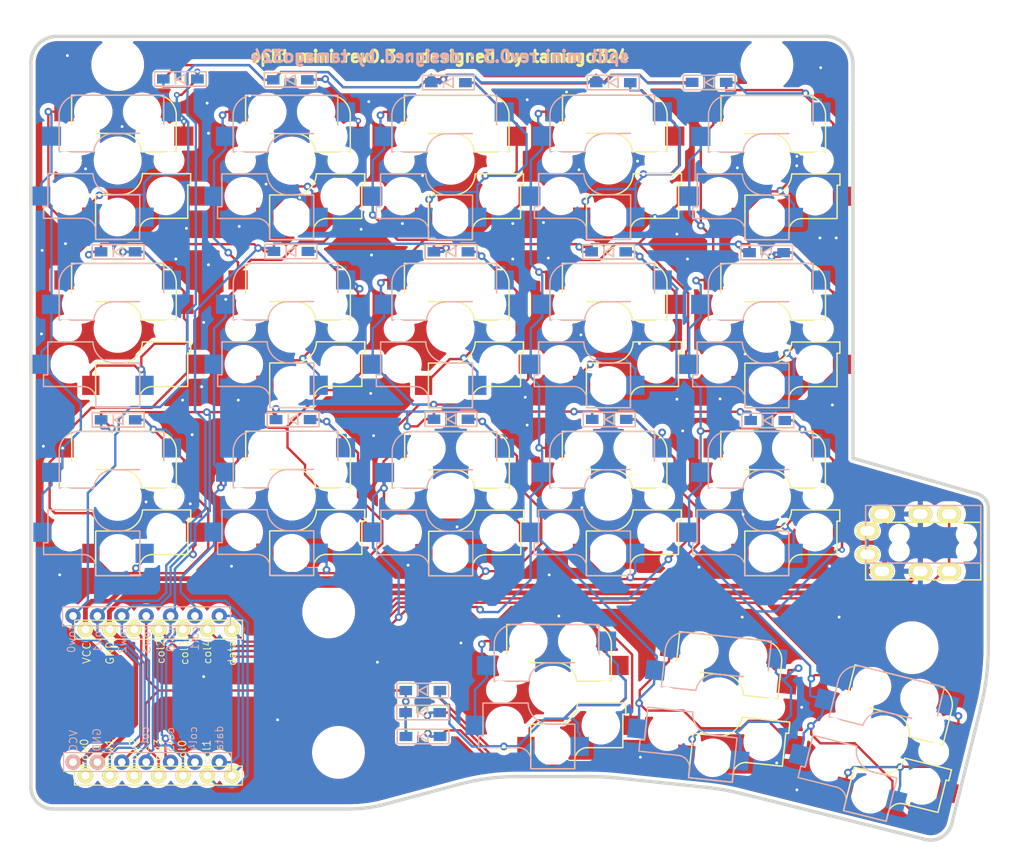
<source format=kicad_pcb>
(kicad_pcb (version 20211014) (generator pcbnew)
  (layers (0 "F.Cu" signal) (31 "B.Cu" signal) (34 "B.Paste" user) (35 "F.Paste" user) (36 "B.SilkS" user "B.Silkscreen") (37 "F.SilkS" user "F.Silkscreen") (38 "B.Mask" user) (39 "F.Mask" user) (44 "Edge.Cuts" user))
  (net 0 "")
  (net 1 "row0")
  (net 2 "Net-(D1-Pad2)")
  (net 3 "Net-(D2-Pad2)")
  (net 4 "Net-(D3-Pad2)")
  (net 5 "Net-(D4-Pad2)")
  (net 6 "Net-(D5-Pad2)")
  (net 7 "Net-(D6-Pad2)")
  (net 8 "Net-(D7-Pad2)")
  (net 9 "Net-(D8-Pad2)")
  (net 10 "Net-(D9-Pad2)")
  (net 11 "Net-(D10-Pad2)")
  (net 12 "row1")
  (net 13 "Net-(D11-Pad2)")
  (net 14 "Net-(D12-Pad2)")
  (net 15 "Net-(D13-Pad2)")
  (net 16 "Net-(D14-Pad2)")
  (net 17 "Net-(D15-Pad2)")
  (net 18 "Net-(D16-Pad2)")
  (net 19 "Net-(D17-Pad2)")
  (net 20 "Net-(D18-Pad2)")
  (net 21 "row2")
  (net 22 "row3")
  (net 23 "unconnected-(J1-PadA)")
  (net 24 "data")
  (net 25 "GND")
  (net 26 "VCC")
  (net 27 "col0")
  (net 28 "col1")
  (net 29 "col2")
  (net 30 "col3")
  (net 31 "col4")
  (net 32 "unconnected-(U1-Pad7)")
  (net 33 "unconnected-(U1-Pad12)")
  (footprint "split-mini:D3_SMD" (layer "F.Cu") (at 48.09 43.41)
    (fp_text reference "D7" hide)
    (fp_text value "D" hide)
  )
  (footprint "split-mini:CherryMX_Choc_Hotswap" (layer "F.Cu") (at 30.04 51.46)
    (fp_text reference "SW6" hide)
    (fp_text value "SW_PUSH" hide)
  )
  (footprint "split-mini:CherryMX_Choc_Hotswap" (layer "F.Cu") (at 30.05 68.96)
    (fp_text reference "SW11" hide)
    (fp_text value "SW_PUSH" hide)
  )
  (footprint "split-mini:D3_SMD" (layer "F.Cu") (at 30.08 43.45)
    (fp_text reference "D6" hide)
    (fp_text value "D" hide)
  )
  (footprint "split-mini:CherryMX_Choc_Hotswap" (layer "F.Cu") (at 81.17 51.46)
    (fp_text reference "SW9" hide)
    (fp_text value "SW_PUSH" hide)
  )
  (footprint "split-mini:CherryMX_Choc_Hotswap" (layer "F.Cu") (at 64.71 33.95)
    (fp_text reference "SW3" hide)
    (fp_text value "SW_PUSH" hide)
  )
  (footprint "split-mini:D3_SMD" (layer "F.Cu") (at 81.19 43.45)
    (fp_text reference "D9" hide)
    (fp_text value "D" hide)
  )
  (footprint "split-mini:D3_SMD" (layer "F.Cu") (at 61.83 89.15)
    (fp_text reference "D16" hide)
    (fp_text value "D" hide)
  )
  (footprint "split-mini:D3_SMD" (layer "F.Cu") (at 30.09 60.95)
    (fp_text reference "D11" hide)
    (fp_text value "D" hide)
  )
  (footprint "split-mini:D3_SMD" (layer "F.Cu") (at 81.25 60.91)
    (fp_text reference "D14" hide)
    (fp_text value "D" hide)
  )
  (footprint "split-mini:D3_SMD" (layer "F.Cu") (at 61.81 91.45)
    (fp_text reference "D17" hide)
    (fp_text value "D" hide)
  )
  (footprint "split-mini:CherryMX_Choc_Hotswap" (layer "F.Cu") (at 97.69 33.96)
    (fp_text reference "SW5" hide)
    (fp_text value "SW_PUSH" hide)
  )
  (footprint "split-mini:M2_HOLE_v2_4.5mm" (layer "F.Cu") (at 52.02 80.95)
    (fp_text reference "HOLE3" hide)
    (fp_text value "Val**" hide)
  )
  (footprint "split-mini:CherryMX_Choc_Hotswap" (layer "F.Cu") (at 97.67 68.96)
    (fp_text reference "SW15" hide)
    (fp_text value "SW_PUSH" hide)
  )
  (footprint "split-mini:D3_SMD" (layer "F.Cu") (at 64.76 60.89)
    (fp_text reference "D13" hide)
    (fp_text value "D" hide)
  )
  (footprint "split-mini:CherryMX_Choc_Hotswap" (layer "F.Cu") (at 48.18 51.45)
    (fp_text reference "SW7" hide)
    (fp_text value "SW_PUSH" hide)
  )
  (footprint "split-mini:D3_SMD" (layer "F.Cu") (at 36.57 25.44)
    (fp_text reference "D1" hide)
    (fp_text value "D" hide)
  )
  (footprint "split-mini:M2_HOLE_v2_4.5mm" (layer "F.Cu") (at 112.8 84.69)
    (fp_text reference "HOLE5" hide)
    (fp_text value "Val**" hide)
  )
  (footprint "split-mini:CherryMX_Choc_Hotswap" (layer "F.Cu") (at 75.37 89.08)
    (fp_text reference "SW16" hide)
    (fp_text value "SW_PUSH" hide)
  )
  (footprint "split-mini:D3_SMD" (layer "F.Cu") (at 61.85 93.94)
    (fp_text reference "D18" hide)
    (fp_text value "D" hide)
  )
  (footprint "split-mini:M2_HOLE_v2_4.5mm" (layer "F.Cu") (at 53.04 95.6)
    (fp_text reference "HOLE4" hide)
    (fp_text value "Val*" hide)
  )
  (footprint "split-mini:D3_SMD" (layer "F.Cu") (at 81.67 25.82)
    (fp_text reference "D4" hide)
    (fp_text value "D" hide)
  )
  (footprint "split-mini:D3_SMD" (layer "F.Cu") (at 97.64 43.53)
    (fp_text reference "D10" hide)
    (fp_text value "D" hide)
  )
  (footprint "split-mini:CherryMX_Choc_Hotswap" (layer "F.Cu") (at 109.8691 94.239 -14)
    (fp_text reference "SW18" hide)
    (fp_text value "SW_PUSH" hide)
  )
  (footprint "split-mini:MJ-4PP-9" (layer "F.Cu") (at 119.96 74.625 -90)
    (fp_text reference "J1")
    (fp_text value "MJ-4PP-9" hide)
  )
  (footprint "split-mini:D3_SMD" (layer "F.Cu") (at 64.49 25.82)
    (fp_text reference "D3" hide)
    (fp_text value "D" hide)
  )
  (footprint "split-mini:CherryMX_Choc_Hotswap" (layer "F.Cu") (at 64.71 51.46)
    (fp_text reference "SW8" hide)
    (fp_text value "SW_PUSH" hide)
  )
  (footprint "split-mini:M2_HOLE_v2_4.5mm" (layer "F.Cu") (at 97.68 23.95)
    (fp_text reference "HOLE2" hide)
    (fp_text value "Val**" hide)
  )
  (footprint "split-mini:CherryMX_Choc_Hotswap" (layer "F.Cu") (at 92.6529 90.2867 -6)
    (fp_text reference "SW17" hide)
    (fp_text value "SW_PUSH" hide)
  )
  (footprint "split-mini:XIAO-RP2040_mod" (layer "F.Cu") (at 44.8575 99.2837 90)
    (fp_text reference "U1" hide)
    (fp_text value "Seeed Studio XIAO SAMD21")
  )
  (footprint "split-mini:CherryMX_Choc_Hotswap" (layer "F.Cu") (at 97.68 51.47)
    (fp_text reference "SW10" hide)
    (fp_text value "SW_PUSH" hide)
  )
  (footprint "split-mini:D3_SMD" (layer "F.Cu") (at 97.76 61.02)
    (fp_text reference "D15" hide)
    (fp_text value "D" hide)
  )
  (footprint "split-mini:CherryMX_Choc_Hotswap" (layer "F.Cu") (at 48.17 33.95)
    (fp_text reference "SW2" hide)
    (fp_text value "SW_PUSH" hide)
  )
  (footprint "split-mini:CherryMX_Choc_Hotswap" (layer "F.Cu") (at 64.74 68.98)
    (fp_text reference "SW13" hide)
    (fp_text value "SW_PUSH" hide)
  )
  (footprint "split-mini:M2_HOLE_v2_4.5mm" (layer "F.Cu") (at 30.04 23.95)
    (fp_text reference "HOLE1" hide)
    (fp_text value "Val**" hide)
  )
  (footprint "split-mini:CherryMX_Choc_Hotswap" (layer "F.Cu") (at 48.18 68.94)
    (fp_text reference "SW12" hide)
    (fp_text value "SW_PUSH" hide)
  )
  (footprint "split-mini:CherryMX_Choc_Hotswap" (layer "F.Cu") (at 81.16 68.96)
    (fp_text reference "SW14" hide)
    (fp_text value "SW_PUSH" hide)
  )
  (footprint "split-mini:CherryMX_Choc_Hotswap" (layer "F.Cu") (at 30.04 33.93)
    (fp_text reference "SW1" hide)
    (fp_text value "SW_PUSH" hide)
  )
  (footprint "split-mini:D3_SMD" (layer "F.Cu") (at 91.66 25.8)
    (fp_text reference "D5" hide)
    (fp_text value "D" hide)
  )
  (footprint "split-mini:D3_SMD" (layer "F.Cu") (at 64.76 43.45)
    (fp_text reference "D8" hide)
    (fp_text value "D" hide)
  )
  (footprint "split-mini:CherryMX_Choc_Hotswap" (layer "F.Cu") (at 81.18 33.93)
    (fp_text reference "SW4" hide)
    (fp_text value "SW_PUSH" hide)
  )
  (footprint "split-mini:D3_SMD" (layer "F.Cu") (at 48.02 25.53)
    (fp_text reference "D2" hide)
    (fp_text value "D" hide)
  )
  (footprint "split-mini:D3_SMD" (layer "F.Cu") (at 48.31 60.92)
    (fp_text reference "D12" hide)
    (fp_text value "D" hide)
  )
  (gr_line (start 120.734058 85.32105) (end 120.746346 84.517181) (layer "Edge.Cuts") (width 0.349999))
  (gr_line (start 94.563467 99.77363) (end 95.006416 99.879974) (layer "Edge.Cuts") (width 0.349999))
  (gr_line (start 21.067121 99.747413) (end 21.097288 99.856121) (layer "Edge.Cuts") (width 0.349999))
  (gr_line (start 95.006416 99.879974) (end 95.006416 99.879974) (layer "Edge.Cuts") (width 0.349999))
  (gr_line (start 106.613959 23.464589) (end 106.588365 23.321274) (layer "Edge.Cuts") (width 0.349999))
  (gr_line (start 21.022792 99.525582) (end 21.042263 99.63717) (layer "Edge.Cuts") (width 0.349999))
  (gr_line (start 21.450528 100.558221) (end 21.520346 100.647842) (layer "Edge.Cuts") (width 0.349999))
  (gr_line (start 23.314208 21.02724) (end 23.182826 21.050152) (layer "Edge.Cuts") (width 0.349999))
  (gr_line (start 120.663178 69.673555) (end 120.617953 69.555976) (layer "Edge.Cuts") (width 0.349999))
  (gr_line (start 120.429619 69.232038) (end 120.350533 69.135311) (layer "Edge.Cuts") (width 0.349999))
  (gr_line (start 116.257734 104.147387) (end 116.337281 104.072331) (layer "Edge.Cuts") (width 0.349999))
  (gr_line (start 65.730083 98.890289) (end 65.730083 98.890289) (layer "Edge.Cuts") (width 0.349999))
  (gr_line (start 104.737877 21.174101) (end 104.602654 21.128344) (layer "Edge.Cuts") (width 0.349999))
  (gr_line (start 120.30606 89.309528) (end 120.440307 88.517806) (layer "Edge.Cuts") (width 0.349999))
  (gr_line (start 106.647491 64.950611) (end 106.647491 23.907794) (layer "Edge.Cuts") (width 0.349999))
  (gr_line (start 114.417834 104.707695) (end 114.531519 104.721167) (layer "Edge.Cuts") (width 0.349999))
  (gr_line (start 22.319756 101.272024) (end 22.422725 101.317646) (layer "Edge.Cuts") (width 0.349999))
  (gr_line (start 21.325017 100.370023) (end 21.385392 100.465551) (layer "Edge.Cuts") (width 0.349999))
  (gr_line (start 116.831755 103.339065) (end 116.873233 103.232363) (layer "Edge.Cuts") (width 0.349999))
  (gr_line (start 114.869318 104.727193) (end 114.980256 104.718084) (layer "Edge.Cuts") (width 0.349999))
  (gr_line (start 116.678483 103.640152) (end 116.734207 103.543064) (layer "Edge.Cuts") (width 0.349999))
  (gr_line (start 21.793434 21.793513) (end 21.700478 21.891184) (layer "Edge.Cuts") (width 0.349999))
  (gr_line (start 106.069327 22.16653) (end 105.982931 22.056589) (layer "Edge.Cuts") (width 0.349999))
  (gr_line (start 105.588428 21.662081) (end 105.478488 21.575683) (layer "Edge.Cuts") (width 0.349999))
  (gr_line (start 104.870037 21.226211) (end 104.737877 21.174101) (layer "Edge.Cuts") (width 0.349999))
  (gr_line (start 79.268402 98.118347) (end 79.619825 98.120645) (layer "Edge.Cuts") (width 0.349999))
  (gr_line (start 119.962618 68.817891) (end 119.849615 68.758387) (layer "Edge.Cuts") (width 0.349999))
  (gr_line (start 120.725055 69.920137) (end 120.699003 69.795107) (layer "Edge.Cuts") (width 0.349999))
  (gr_line (start 21.042263 99.63717) (end 21.067121 99.747413) (layer "Edge.Cuts") (width 0.349999))
  (gr_line (start 120.699003 69.795107) (end 120.663178 69.673555) (layer "Edge.Cuts") (width 0.349999))
  (gr_line (start 81.724553 98.230937) (end 82.074291 98.265381) (layer "Edge.Cuts") (width 0.349999))
  (gr_line (start 119.606995 68.666672) (end 106.647491 64.950611) (layer "Edge.Cuts") (width 0.349999))
  (gr_line (start 21.21886 100.171147) (end 21.26948 100.271825) (layer "Edge.Cuts") (width 0.349999))
  (gr_line (start 21.049932 23.18283) (end 21.027007 23.31421) (layer "Edge.Cuts") (width 0.349999))
  (gr_line (start 23.078052 101.482078) (end 23.191759 101.490535) (layer "Edge.Cuts") (width 0.349999))
  (gr_line (start 20.99749 99.184639) (end 21.000327 99.299127) (layer "Edge.Cuts") (width 0.349999))
  (gr_line (start 115.907617 104.406218) (end 115.99959 104.347927) (layer "Edge.Cuts") (width 0.349999))
  (gr_line (start 105.694026 21.753553) (end 105.588428 21.662081) (layer "Edge.Cuts") (width 0.349999))
  (gr_line (start 105.89146 21.95099) (end 105.795097 21.849917) (layer "Edge.Cuts") (width 0.349999))
  (gr_line (start 23.306244 101.49337) (end 54.168747 101.493347) (layer "Edge.Cuts") (width 0.349999))
  (gr_line (start 23.715622 20.997488) (end 23.715622 20.997488) (layer "Edge.Cuts") (width 0.349999))
  (gr_line (start 21.99283 21.61295) (end 21.891115 21.700567) (layer "Edge.Cuts") (width 0.349999))
  (gr_line (start 57.823814 101.011581) (end 57.823814 101.011581) (layer "Edge.Cuts") (width 0.349999))
  (gr_line (start 120.746346 84.517181) (end 120.746346 70.178646) (layer "Edge.Cuts") (width 0.349999))
  (gr_line (start 120.563702 69.442866) (end 120.5008 69.334721) (layer "Edge.Cuts") (width 0.349999))
  (gr_line (start 120.744992 70.113118) (end 120.740961 70.048149) (layer "Edge.Cuts") (width 0.349999))
  (gr_line (start 21.114721 22.925043) (end 21.079201 23.053033) (layer "Edge.Cuts") (width 0.349999))
  (gr_line (start 21.000556 23.580829) (end 20.997215 23.715622) (layer "Edge.Cuts") (width 0.349999))
  (gr_line (start 93.224898 99.501293) (end 93.672605 99.584271) (layer "Edge.Cuts") (width 0.349999))
  (gr_line (start 115.411094 104.628832) (end 115.51471 104.593834) (layer "Edge.Cuts") (width 0.349999))
  (gr_line (start 116.618357 103.733828) (end 116.678483 103.640152) (layer "Edge.Cuts") (width 0.349999))
  (gr_line (start 55.553294 101.425245) (end 56.012088 101.372398) (layer "Edge.Cuts") (width 0.349999))
  (gr_line (start 21.932681 101.040365) (end 22.025351 101.105499) (layer "Edge.Cuts") (width 0.349999))
  (gr_line (start 79.971141 98.127542) (end 80.322305 98.139037) (layer "Edge.Cuts") (width 0.349999))
  (gr_line (start 94.118828 99.675056) (end 94.563467 99.77363) (layer "Edge.Cuts") (width 0.349999))
  (gr_line (start 119.965073 90.880112) (end 120.147626 90.097149) (layer "Edge.Cuts") (width 0.349999))
  (gr_line (start 21.520346 100.647842) (end 21.594767 100.734227) (layer "Edge.Cuts") (width 0.349999))
  (gr_line (start 21.843058 100.970549) (end 21.932681 101.040365) (layer "Edge.Cuts") (width 0.349999))
  (gr_line (start 116.41329 103.993343) (end 116.485588 103.910527) (layer "Edge.Cuts") (width 0.349999))
  (gr_line (start 114.980256 104.718084) (end 115.090076 104.70359) (layer "Edge.Cuts") (width 0.349999))
  (gr_line (start 92.325451 99.35883) (end 92.775813 99.42614) (layer "Edge.Cuts") (width 0.349999))
  (gr_line (start 119.790967 68.731954) (end 119.730949 68.707815) (layer "Edge.Cuts") (width 0.349999))
  (gr_line (start 22.207471 21.45407) (end 22.098356 21.530754) (layer "Edge.Cuts") (width 0.349999))
  (gr_line (start 103.737228 20.997492) (end 23.715622 20.997488) (layer "Edge.Cuts") (width 0.349999))
  (gr_line (start 116.088715 104.285289) (end 116.174821 104.218407) (layer "Edge.Cuts") (width 0.349999))
  (gr_line (start 105.982931 22.056589) (end 105.89146 21.95099) (layer "Edge.Cuts") (width 0.349999))
  (gr_line (start 104.034787 21.012522) (end 103.886991 21.001281) (layer "Edge.Cuts") (width 0.349999))
  (gr_line (start 116.337281 104.072331) (end 116.41329 103.993343) (layer "Edge.Cuts") (width 0.349999))
  (gr_line (start 22.634779 101.393589) (end 22.743485 101.423753) (layer "Edge.Cuts") (width 0.349999))
  (gr_line (start 23.182826 21.050152) (end 23.053027 21.079407) (layer "Edge.Cuts") (width 0.349999))
  (gr_line (start 21.1564 22.799082) (end 21.114721 22.925043) (layer "Edge.Cuts") (width 0.349999))
  (gr_line (start 21.700478 21.891184) (end 21.61285 21.99289) (layer "Edge.Cuts") (width 0.349999))
  (gr_line (start 105.364387 21.494542) (end 105.246308 21.418842) (layer "Edge.Cuts") (width 0.349999))
  (gr_line (start 22.435573 21.317612) (end 22.31995 21.382992) (layer "Edge.Cuts") (width 0.349999))
  (gr_line (start 69.367896 98.227495) (end 70.105548 98.166918) (layer "Edge.Cuts") (width 0.349999))
  (gr_line (start 22.925033 21.114915) (end 22.799069 21.156581) (layer "Edge.Cuts") (width 0.349999))
  (gr_line (start 103.737228 20.997492) (end 103.737228 20.997492) (layer "Edge.Cuts") (width 0.349999))
  (gr_line (start 115.812969 104.460058) (end 115.907617 104.406218) (layer "Edge.Cuts") (width 0.349999))
  (gr_line (start 54.631255 101.485768) (end 55.092893 101.463051) (layer "Edge.Cuts") (width 0.349999))
  (gr_line (start 82.074291 98.265381) (end 91.42131 99.24781) (layer "Edge.Cuts") (width 0.349999))
  (gr_line (start 104.46455 21.089126) (end 104.32375 21.056627) (layer "Edge.Cuts") (width 0.349999))
  (gr_line (start 21.010518 23.44695) (end 21.000556 23.580829) (layer "Edge.Cuts") (width 0.349999))
  (gr_line (start 104.180434 21.031031) (end 104.034787 21.012522) (layer "Edge.Cuts") (width 0.349999))
  (gr_line (start 119.606995 68.666672) (end 119.606995 68.666672) (layer "Edge.Cuts") (width 0.349999))
  (gr_line (start 22.098356 21.530754) (end 21.99283 21.61295) (layer "Edge.Cuts") (width 0.349999))
  (gr_line (start 115.51471 104.593834) (end 115.616343 104.55397) (layer "Edge.Cuts") (width 0.349999))
  (gr_line (start 21.453948 22.207514) (end 21.382859 22.319987) (layer "Edge.Cuts") (width 0.349999))
  (gr_line (start 106.418789 22.774986) (end 106.360509 22.646071) (layer "Edge.Cuts") (width 0.349999))
  (gr_line (start 106.470898 22.907146) (end 106.418789 22.774986) (layer "Edge.Cuts") (width 0.349999))
  (gr_line (start 80.322305 98.139037) (end 80.673272 98.155126) (layer "Edge.Cuts") (width 0.349999))
  (gr_line (start 21.673714 100.817184) (end 21.673714 100.817184) (layer "Edge.Cuts") (width 0.349999))
  (gr_line (start 106.643705 23.758032) (end 106.632466 23.610236) (layer "Edge.Cuts") (width 0.349999))
  (gr_line (start 55.092893 101.463051) (end 55.553294 101.425245) (layer "Edge.Cuts") (width 0.349999))
  (gr_line (start 80.673272 98.155126) (end 81.023999 98.175807) (layer "Edge.Cuts") (width 0.349999))
  (gr_line (start 105.246308 21.418842) (end 105.124435 21.348765) (layer "Edge.Cuts") (width 0.349999))
  (gr_line (start 106.647491 64.950611) (end 106.647491 64.950611) (layer "Edge.Cuts") (width 0.349999))
  (gr_line (start 57.823814 101.011581) (end 65.730083 98.890289) (layer "Edge.Cuts") (width 0.349999))
  (gr_line (start 56.468906 101.30456) (end 56.923379 101.221779) (layer "Edge.Cuts") (width 0.349999))
  (gr_line (start 79.268402 98.118347) (end 79.268402 98.118347) (layer "Edge.Cuts") (width 0.349999))
  (gr_line (start 106.29624 22.520586) (end 106.226164 22.398712) (layer "Edge.Cuts") (width 0.349999))
  (gr_line (start 70.105548 98.166918) (end 70.845185 98.130517) (layer "Edge.Cuts") (width 0.349999))
  (gr_line (start 116.940735 103.010071) (end 116.940735 103.010071) (layer "Edge.Cuts") (width 0.349999))
  (gr_line (start 54.168747 101.493347) (end 54.168747 101.493347) (layer "Edge.Cuts") (width 0.349999))
  (gr_line (start 119.730949 68.707815) (end 119.66961 68.686034) (layer "Edge.Cuts") (width 0.349999))
  (gr_line (start 106.647491 23.907794) (end 106.643705 23.758032) (layer "Edge.Cuts") (width 0.349999))
  (gr_line (start 21.204145 22.675373) (end 21.1564 22.799082) (layer "Edge.Cuts") (width 0.349999))
  (gr_line (start 116.554001 103.823988) (end 116.618357 103.733828) (layer "Edge.Cuts") (width 0.349999))
  (gr_line (start 56.012088 101.372398) (end 56.468906 101.30456) (layer "Edge.Cuts") (width 0.349999))
  (gr_line (start 57.375138 101.124103) (end 57.823814 101.011581) (layer "Edge.Cuts") (width 0.349999))
  (gr_line (start 120.746346 70.178646) (end 120.744992 70.113118) (layer "Edge.Cuts") (width 0.349999))
  (gr_line (start 67.90091 98.420864) (end 68.63282 98.312169) (layer "Edge.Cuts") (width 0.349999))
  (gr_line (start 21.000327 99.299127) (end 21.008788 99.412838) (layer "Edge.Cuts") (width 0.349999))
  (gr_line (start 23.053027 21.079407) (end 22.925033 21.114915) (layer "Edge.Cuts") (width 0.349999))
  (gr_line (start 91.42131 99.24781) (end 91.873916 99.299381) (layer "Edge.Cuts") (width 0.349999))
  (gr_line (start 71.586216 98.11837) (end 71.586216 98.11837) (layer "Edge.Cuts") (width 0.349999))
  (gr_line (start 21.382859 22.319987) (end 21.317467 22.435603) (layer "Edge.Cuts") (width 0.349999))
  (gr_line (start 20.99749 99.184639) (end 20.99749 99.184639) (layer "Edge.Cuts") (width 0.349999))
  (gr_line (start 21.673714 100.817184) (end 21.756673 100.896129) (layer "Edge.Cuts") (width 0.349999))
  (gr_line (start 114.189873 104.662933) (end 114.189873 104.662933) (layer "Edge.Cuts") (width 0.349999))
  (gr_line (start 21.61285 21.99289) (end 21.530643 22.098408) (layer "Edge.Cuts") (width 0.349999))
  (gr_line (start 23.191759 101.490535) (end 23.306244 101.49337) (layer "Edge.Cuts") (width 0.349999))
  (gr_line (start 82.074291 98.265381) (end 82.074291 98.265381) (layer "Edge.Cuts") (width 0.349999))
  (gr_line (start 115.090076 104.70359) (end 115.198604 104.683814) (layer "Edge.Cuts") (width 0.349999))
  (gr_line (start 21.891115 21.700567) (end 21.793434 21.793513) (layer "Edge.Cuts") (width 0.349999))
  (gr_line (start 106.632466 23.610236) (end 106.613959 23.464589) (layer "Edge.Cuts") (width 0.349999))
  (gr_line (start 92.775813 99.42614) (end 93.224898 99.501293) (layer "Edge.Cuts") (width 0.349999))
  (gr_line (start 120.697243 86.123603) (end 120.734058 85.32105) (layer "Edge.Cuts") (width 0.349999))
  (gr_line (start 22.965311 101.468076) (end 23.078052 101.482078) (layer "Edge.Cuts") (width 0.349999))
  (gr_line (start 114.757434 104.730812) (end 114.869318 104.727193) (layer "Edge.Cuts") (width 0.349999))
  (gr_line (start 21.756673 100.896129) (end 21.843058 100.970549) (layer "Edge.Cuts") (width 0.349999))
  (gr_line (start 116.940735 103.010071) (end 119.965073 90.880112) (layer "Edge.Cuts") (width 0.349999))
  (gr_line (start 120.7343 69.983801) (end 120.725055 69.920137) (layer "Edge.Cuts") (width 0.349999))
  (gr_line (start 119.66961 68.686034) (end 119.606995 68.666672) (layer "Edge.Cuts") (width 0.349999))
  (gr_line (start 23.580829 21.000816) (end 23.44695 21.010763) (layer "Edge.Cuts") (width 0.349999))
  (gr_line (start 115.99959 104.347927) (end 116.088715 104.285289) (layer "Edge.Cuts") (width 0.349999))
  (gr_line (start 106.226164 22.398712) (end 106.150466 22.280632) (layer "Edge.Cuts") (width 0.349999))
  (gr_line (start 81.37444 98.201078) (end 81.724553 98.230937) (layer "Edge.Cuts") (width 0.349999))
  (gr_line (start 104.99895 21.284494) (end 104.870037 21.226211) (layer "Edge.Cuts") (width 0.349999))
  (gr_line (start 22.120879 101.165872) (end 22.219077 101.221407) (layer "Edge.Cuts") (width 0.349999))
  (gr_line (start 116.485588 103.910527) (end 116.554001 103.823988) (layer "Edge.Cuts") (width 0.349999))
  (gr_line (start 21.079201 23.053033) (end 21.049932 23.18283) (layer "Edge.Cuts") (width 0.349999))
  (gr_line (start 23.44695 21.010763) (end 23.314208 21.02724) (layer "Edge.Cuts") (width 0.349999))
  (gr_line (start 116.909617 103.122663) (end 116.940735 103.010071) (layer "Edge.Cuts") (width 0.349999))
  (gr_line (start 22.554116 21.258022) (end 22.435573 21.317612) (layer "Edge.Cuts") (width 0.349999))
  (gr_line (start 120.147626 90.097149) (end 120.30606 89.309528) (layer "Edge.Cuts") (width 0.349999))
  (gr_line (start 21.530643 22.098408) (end 21.453948 22.207514) (layer "Edge.Cuts") (width 0.349999))
  (gr_line (start 106.588365 23.321274) (end 106.555869 23.180473) (layer "Edge.Cuts") (width 0.349999))
  (gr_line (start 120.635967 86.924286) (end 120.697243 86.123603) (layer "Edge.Cuts") (width 0.349999))
  (gr_line (start 116.873233 103.232363) (end 116.909617 103.122663) (layer "Edge.Cuts") (width 0.349999))
  (gr_line (start 68.63282 98.312169) (end 69.367896 98.227495) (layer "Edge.Cuts") (width 0.349999))
  (gr_line (start 22.743485 101.423753) (end 22.853726 101.448609) (layer "Edge.Cuts") (width 0.349999))
  (gr_line (start 120.440307 88.517806) (end 120.550299 87.722539) (layer "Edge.Cuts") (width 0.349999))
  (gr_line (start 22.527796 101.358194) (end 22.634779 101.393589) (layer "Edge.Cuts") (width 0.349999))
  (gr_line (start 21.132686 99.963106) (end 21.173236 100.068177) (layer "Edge.Cuts") (width 0.349999))
  (gr_line (start 22.025351 101.105499) (end 22.120879 101.165872) (layer "Edge.Cuts") (width 0.349999))
  (gr_line (start 95.006416 99.879974) (end 114.189873 104.662933) (layer "Edge.Cuts") (width 0.349999))
  (gr_line (start 21.385392 100.465551) (end 21.450528 100.558221) (layer "Edge.Cuts") (width 0.349999))
  (gr_line (start 21.008788 99.412838) (end 21.022792 99.525582) (layer "Edge.Cuts") (width 0.349999))
  (gr_line (start 115.198604 104.683814) (end 115.305668 104.65886) (layer "Edge.Cuts") (width 0.349999))
  (gr_line (start 67.172756 98.553501) (end 67.90091 98.420864) (layer "Edge.Cuts") (width 0.349999))
  (gr_line (start 106.150466 22.280632) (end 106.069327 22.16653) (layer "Edge.Cuts") (width 0.349999))
  (gr_line (start 21.097288 99.856121) (end 21.132686 99.963106) (layer "Edge.Cuts") (width 0.349999))
  (gr_line (start 120.5008 69.334721) (end 120.429619 69.232038) (layer "Edge.Cuts") (width 0.349999))
  (gr_line (start 21.027007 23.31421) (end 21.010518 23.44695) (layer "Edge.Cuts") (width 0.349999))
  (gr_line (start 116.174821 104.218407) (end 116.257734 104.147387) (layer "Edge.Cuts") (width 0.349999))
  (gr_line (start 120.263917 69.045037) (end 120.170143 68.961712) (layer "Edge.Cuts") (width 0.349999))
  (gr_line (start 70.845185 98.130517) (end 71.586216 98.11837) (layer "Edge.Cuts") (width 0.349999))
  (gr_line (start 91.42131 99.24781) (end 91.42131 99.24781) (layer "Edge.Cuts") (width 0.349999))
  (gr_line (start 22.675355 21.204314) (end 22.554116 21.258022) (layer "Edge.Cuts") (width 0.349999))
  (gr_line (start 21.257865 22.554139) (end 21.204145 22.675373) (layer "Edge.Cuts") (width 0.349999))
  (gr_line (start 22.422725 101.317646) (end 22.527796 101.358194) (layer "Edge.Cuts") (width 0.349999))
  (gr_line (start 114.644776 104.728838) (end 114.757434 104.730812) (layer "Edge.Cuts") (width 0.349999))
  (gr_line (start 116.734207 103.543064) (end 116.785355 103.442667) (layer "Edge.Cuts") (width 0.349999))
  (gr_line (start 120.350533 69.135311) (end 120.263917 69.045037) (layer "Edge.Cuts") (width 0.349999))
  (gr_line (start 120.550299 87.722539) (end 120.635967 86.924286) (layer "Edge.Cuts") (width 0.349999))
  (gr_line (start 21.594767 100.734227) (end 21.673714 100.817184) (layer "Edge.Cuts") (width 0.349999))
  (gr_line (start 106.360509 22.646071) (end 106.29624 22.520586) (layer "Edge.Cuts") (width 0.349999))
  (gr_line (start 79.619825 98.120645) (end 79.971141 98.127542) (layer "Edge.Cuts") (width 0.349999))
  (gr_line (start 115.715821 104.509343) (end 115.812969 104.460058) (layer "Edge.Cuts") (width 0.349999))
  (gr_line (start 120.746346 70.178646) (end 120.746346 70.178646) (layer "Edge.Cuts") (width 0.349999))
  (gr_line (start 20.997215 23.715622) (end 20.997215 23.715622) (layer "Edge.Cuts") (width 0.349999))
  (gr_line (start 104.32375 21.056627) (end 104.180434 21.031031) (layer "Edge.Cuts") (width 0.349999))
  (gr_line (start 71.586216 98.11837) (end 79.268402 98.118347) (layer "Edge.Cuts") (width 0.349999))
  (gr_line (start 105.795097 21.849917) (end 105.694026 21.753553) (layer "Edge.Cuts") (width 0.349999))
  (gr_line (start 119.849615 68.758387) (end 119.790967 68.731954) (layer "Edge.Cuts") (width 0.349999))
  (gr_line (start 54.168747 101.493347) (end 54.631255 101.485768) (layer "Edge.Cuts") (width 0.349999))
  (gr_line (start 116.785355 103.442667) (end 116.831755 103.339065) (layer "Edge.Cuts") (width 0.349999))
  (gr_line (start 120.170143 68.961712) (end 120.069586 68.885831) (layer "Edge.Cuts") (width 0.349999))
  (gr_line (start 66.448951 98.710002) (end 67.172756 98.553501) (layer "Edge.Cuts") (width 0.349999))
  (gr_line (start 104.602654 21.128344) (end 104.46455 21.089126) (layer "Edge.Cuts") (width 0.349999))
  (gr_line (start 114.189873 104.662933) (end 114.303894 104.688319) (layer "Edge.Cuts") (width 0.349999))
  (gr_line (start 22.799069 21.156581) (end 22.675355 21.204314) (layer "Edge.Cuts") (width 0.349999))
  (gr_line (start 120.746346 84.517181) (end 120.746346 84.517181) (layer "Edge.Cuts") (width 0.349999))
  (gr_line (start 120.617953 69.555976) (end 120.563702 69.442866) (layer "Edge.Cuts") (width 0.349999))
  (gr_line (start 114.303894 104.688319) (end 114.417834 104.707695) (layer "Edge.Cuts") (width 0.349999))
  (gr_line (start 106.555869 23.180473) (end 106.516652 23.042369) (layer "Edge.Cuts") (width 0.349999))
  (gr_line (start 65.730083 98.890289) (end 66.448951 98.710002) (layer "Edge.Cuts") (width 0.349999))
  (gr_line (start 81.023999 98.175807) (end 81.37444 98.201078) (layer "Edge.Cuts") (width 0.349999))
  (gr_line (start 21.173236 100.068177) (end 21.21886 100.171147) (layer "Edge.Cuts") (width 0.349999))
  (gr_line (start 115.616343 104.55397) (end 115.715821 104.509343) (layer "Edge.Cuts") (width 0.349999))
  (gr_line (start 106.516652 23.042369) (end 106.470898 22.907146) (layer "Edge.Cuts") (width 0.349999))
  (gr_line (start 23.715622 20.997488) (end 23.580829 21.000816) (layer "Edge.Cuts") (width 0.349999))
  (gr_line (start 120.740961 70.048149) (end 120.7343 69.983801) (layer "Edge.Cuts") (width 0.349999))
  (gr_line (start 22.219077 101.221407) (end 22.319756 101.272024) (layer "Edge.Cuts") (width 0.349999))
  (gr_line (start 56.923379 101.221779) (end 57.375138 101.124103) (layer "Edge.Cuts") (width 0.349999))
  (gr_line (start 103.886991 21.001281) (end 103.737228 20.997492) (layer "Edge.Cuts") (width 0.349999))
  (gr_line (start 22.853726 101.448609) (end 22.965311 101.468076) (layer "Edge.Cuts") (width 0.349999))
  (gr_line (start 105.478488 21.575683) (end 105.364387 21.494542) (layer "Edge.Cuts") (width 0.349999))
  (gr_line (start 119.965073 90.880112) (end 119.965073 90.880112) (layer "Edge.Cuts") (width 0.349999))
  (gr_line (start 105.124435 21.348765) (end 104.99895 21.284494) (layer "Edge.Cuts") (width 0.349999))
  (gr_line (start 21.793434 21.793513) (end 21.793434 21.793513) (layer "Edge.Cuts") (width 0.349999))
  (gr_line (start 93.672605 99.584271) (end 94.118828 99.675056) (layer "Edge.Cuts") (width 0.349999))
  (gr_line (start 21.317467 22.435603) (end 21.257865 22.554139) (layer "Edge.Cuts") (width 0.349999))
  (gr_line (start 20.997215 23.715622) (end 20.99749 99.184639) (layer "Edge.Cuts") (width 0.349999))
  (gr_line (start 23.306244 101.49337) (end 23.306244 101.49337) (layer "Edge.Cuts") (width 0.349999))
  (gr_line (start 22.31995 21.382992) (end 22.207471 21.45407) (layer "Edge.Cuts") (width 0.349999))
  (gr_line (start 91.873916 99.299381) (end 92.325451 99.35883) (layer "Edge.Cuts") (width 0.349999))
  (gr_line (start 120.069586 68.885831) (end 119.962618 68.817891) (layer "Edge.Cuts") (width 0.349999))
  (gr_line (start 21.26948 100.271825) (end 21.325017 100.370023) (layer "Edge.Cuts") (width 0.349999))
  (gr_line (start 115.305668 104.65886) (end 115.411094 104.628832) (layer "Edge.Cuts") (width 0.349999))
  (gr_line (start 114.531519 104.721167) (end 114.644776 104.728838) (layer "Edge.Cuts") (width 0.349999))
  (gr_text "split mini rev0.3 : designed by tamago324" (at 63.6 23.1) (layer "B.SilkS") (effects (font (size 1.2 1.2) (thickness 0.3)) (justify mirror)))
  (gr_text "split mini rev0.3 : designed by tamago324" (at 63.6 23.1) (layer "F.SilkS") (effects (font (size 1.2 1.2) (thickness 0.3))))
  (segment (start 79.895 25.82) (end 79.895 25.0197) (width 0.25) (layer "F.Cu") (net 1))
  (segment (start 51.963405 24.724) (end 47.051 24.724) (width 0.25) (layer "F.Cu") (net 1))
  (segment (start 79.0147 25.9) (end 79.895 25.0197) (width 0.25) (layer "F.Cu") (net 1))
  (segment (start 62.715 25.4761) (end 63.9727 25.4761) (width 0.25) (layer "F.Cu") (net 1))
  (segment (start 81.4553 25.02) (end 84.42 25.02) (width 0.25) (layer "F.Cu") (net 1))
  (segment (start 43.7397 24) (end 36.235 24) (width 0.25) (layer "F.Cu") (net 1))
  (segment (start 61.4347 26.3) (end 53.539405 26.3) (width 0.25) (layer "F.Cu") (net 1))
  (segment (start 46.245 25.53) (end 45.2697 25.53) (width 0.25) (layer "F.Cu") (net 1))
  (segment (start 62.715 25.1323) (end 62.715 25.0197) (width 0.25) (layer "F.Cu") (net 1))
  (segment (start 84.42 25.02) (end 85.2 25.8) (width 0.25) (layer "F.Cu") (net 1))
  (segment (start 80.6753 25.8) (end 81.4553 25.02) (width 0.25) (layer "F.Cu") (net 1))
  (segment (start 67.076696 25.02) (end 67.956696 25.9) (width 0.25) (layer "F.Cu") (net 1))
  (segment (start 64.4753 25.02) (end 67.076696 25.02) (width 0.25) (layer "F.Cu") (net 1))
  (segment (start 67.956696 25.9) (end 79.0147 25.9) (width 0.25) (layer "F.Cu") (net 1))
  (segment (start 47.051 24.724) (end 46.245 25.53) (width 0.25) (layer "F.Cu") (net 1))
  (segment (start 62.715 25.4761) (end 62.715 25.1323) (width 0.25) (layer "F.Cu") (net 1))
  (segment (start 62.715 25.0197) (end 63.5953 25.9) (width 0.25) (layer "F.Cu") (net 1))
  (segment (start 53.539405 26.3) (end 51.963405 24.724) (width 0.25) (layer "F.Cu") (net 1))
  (segment (start 62.715 25.82) (end 62.715 25.4761) (width 0.25) (layer "F.Cu") (net 1))
  (segment (start 85.2 25.8) (end 89.885 25.8) (width 0.25) (layer "F.Cu") (net 1))
  (segment (start 45.2697 25.53) (end 43.7397 24) (width 0.25) (layer "F.Cu") (net 1))
  (segment (start 63.5953 25.9) (end 64.4753 25.02) (width 0.25) (layer "F.Cu") (net 1))
  (segment (start 62.715 25.0197) (end 61.4347 26.3) (width 0.25) (layer "F.Cu") (net 1))
  (segment (start 79.895 25.0197) (end 80.6753 25.8) (width 0.25) (layer "F.Cu") (net 1))
  (segment (start 36.235 24) (end 34.795 25.44) (width 0.25) (layer "F.Cu") (net 1))
  (via (at 63.9727 25.4761) (size 0.8) (drill 0.4) (layers "F.Cu" "B.Cu") (net 1))
  (segment (start 67.876396 25.8) (end 79.1147 25.8) (width 0.25) (layer "B.Cu") (net 1))
  (segment (start 79.895 25.0197) (end 80.7753 25.9) (width 0.25) (layer "B.Cu") (net 1))
  (segment (start 26.6865 98.0112) (end 26.6865 95.9935) (width 0.25) (layer "B.Cu") (net 1))
  (segment (start 43.7397 24) (end 38.01 24) (width 0.25) (layer "B.Cu") (net 1))
  (segment (start 62.715 25.0197) (end 61.4347 26.3) (width 0.25) (layer "B.Cu") (net 1))
  (segment (start 27.37 95.31) (end 29.233604 95.31) (width 0.25) (layer "B.Cu") (net 1))
  (segment (start 38.18 48.903804) (end 37.3091 49.774704) (width 0.25) (layer "B.Cu") (net 1))
  (segment (start 63.4953 25.8) (end 64.2753 25.02) (width 0.25) (layer "B.Cu") (net 1))
  (segment (start 34.464 59.616) (end 31.424 59.616) (width 0.25) (layer "B.Cu") (net 1))
  (segment (start 38.18 30.04) (end 38.18 48.903804) (width 0.25) (layer "B.Cu") (net 1))
  (segment (start 29.873604 94.67) (end 31.53 94.67) (width 0.25) (layer "B.Cu") (net 1))
  (segment (start 30.710795 84.817191) (end 29.040104 84.817191) (width 0.25) (layer "B.Cu") (net 1))
  (segment (start 28.124113 83.9012) (end 26.220509 83.9012) (width 0.25) (layer "B.Cu") (net 1))
  (segment (start 79.1147 25.8) (end 79.895 25.0197) (width 0.25) (layer "B.Cu") (net 1))
  (segment (start 89.785 25.9) (end 89.885 25.8) (width 0.25) (layer "B.Cu") (net 1))
  (segment (start 32.395098 86.501494) (end 30.710795 84.817191) (width 0.25) (layer "B.Cu") (net 1))
  (segment (start 29.040104 84.817191) (end 28.124113 83.9012) (width 0.25) (layer "B.Cu") (net 1))
  (segment (start 34.795 25.44) (end 34.795 26.2403) (width 0.25) (layer "B.Cu") (net 1))
  (segment (start 25.3875 83.068191) (end 25.3875 81.3787) (width 0.25) (layer "B.Cu") (net 1))
  (segment (start 29.79 62.515805) (end 29.79 65.7152) (width 0.25) (layer "B.Cu") (net 1))
  (segment (start 29.79 65.7152) (end 26.9331 68.5721) (width 0.25) (layer "B.Cu") (net 1))
  (segment (start 26.6865 95.9935) (end 27.37 95.31) (width 0.25) (layer "B.Cu") (net 1))
  (segment (start 67.096396 25.02) (end 67.876396 25.8) (width 0.25) (layer "B.Cu") (net 1))
  (segment (start 26.9331 68.5721) (end 26.9331 79.8331) (width 0.25) (layer "B.Cu") (net 1))
  (segment (start 38.01 24) (end 37.3091 24.7009) (width 0.25) (layer "B.Cu") (net 1))
  (segment (start 30.154 60.886) (end 30.154 62.151805) (width 0.25) (layer "B.Cu") (net 1))
  (segment (start 63.9727 25.5376) (end 63.9727 25.4761) (width 0.25) (layer "B.Cu") (net 1))
  (segment (start 47.051 24.724) (end 46.245 25.53) (width 0.25) (layer "B.Cu") (net 1))
  (segment (start 26.9331 79.8331) (end 25.3875 81.3787) (width 0.25) (layer "B.Cu") (net 1))
  (segment (start 79.895 25.82) (end 79.895 25.0197) (width 0.25) (layer "B.Cu") (net 1))
  (segment (start 30.154 62.151805) (end 29.79 62.515805) (width 0.25) (layer "B.Cu") (net 1))
  (segment (start 53.539405 26.3) (end 51.963405 24.724) (width 0.25) (layer "B.Cu") (net 1))
  (segment (start 62.715 25.1323) (end 62.715 25.0197) (width 0.25) (layer "B.Cu") (net 1))
  (segment (start 84.42 25.02) (end 85.3 25.9) (width 0.25) (layer "B.Cu") (net 1))
  (segment (start 62.715 25.82) (end 62.715 25.1323) (width 0.25) (layer "B.Cu") (net 1))
  (segment (start 61.4347 26.3) (end 53.539405 26.3) (width 0.25) (layer "B.Cu") (net 1))
  (segment (start 81.6553 25.02) (end 84.42 25.02) (width 0.25) (layer "B.Cu") (net 1))
  (segment (start 37.3091 26.2403) (end 34.795 26.2403) (width 0.25) (layer "B.Cu") (net 1))
  (segment (start 62.715 25.0197) (end 63.4953 25.8) (width 0.25) (layer "B.Cu") (net 1))
  (segment (start 45.2697 25.53) (end 43.7397 24) (width 0.25) (layer "B.Cu") (net 1))
  (segment (start 32.395098 93.804902) (end 32.395098 86.501494) (width 0.25) (layer "B.Cu") (net 1))
  (segment (start 37.3091 49.774704) (end 37.3091 56.7709) (width 0.25) (layer "B.Cu") (net 1))
  (segment (start 62.715 25.82) (end 63.6903 25.82) (width 0.25) (layer "B.Cu") (net 1))
  (segment (start 31.53 94.67) (end 32.395098 93.804902) (width 0.25) (layer "B.Cu") (net 1))
  (segment (start 63.6903 25.82) (end 63.9727 25.5376) (width 0.25) (layer "B.Cu") (net 1))
  (segment (start 80.7753 25.9) (end 81.6553 25.02) (width 0.25) (layer "B.Cu") (net 1))
  (segment (start 37.3091 56.7709) (end 34.464 59.616) (width 0.25) (layer "B.Cu") (net 1))
  (segment (start 29.233604 95.31) (end 29.873604 94.67) (width 0.25) (layer "B.Cu") (net 1))
  (segment (start 37.3091 29.1691) (end 38.18 30.04) (width 0.25) (layer "B.Cu") (net 1))
  (segment (start 64.2753 25.02) (end 67.096396 25.02) (width 0.25) (layer "B.Cu") (net 1))
  (segment (start 37.3091 24.7009) (end 37.3091 26.2403) (width 0.25) (layer "B.Cu") (net 1))
  (segment (start 26.220509 83.9012) (end 25.3875 83.068191) (width 0.25) (layer "B.Cu") (net 1))
  (segment (start 31.424 59.616) (end 30.154 60.886) (width 0.25) (layer "B.Cu") (net 1))
  (segment (start 37.3091 26.2403) (end 37.3091 29.1691) (width 0.25) (layer "B.Cu") (net 1))
  (segment (start 85.3 25.9) (end 89.785 25.9) (width 0.25) (layer "B.Cu") (net 1))
  (segment (start 51.963405 24.724) (end 47.051 24.724) (width 0.25) (layer "B.Cu") (net 1))
  (segment (start 46.245 25.53) (end 45.2697 25.53) (width 0.25) (layer "B.Cu") (net 1))
  (segment (start 27.24 38.45) (end 27.24 39.83) (width 0.25) (layer "F.Cu") (net 2))
  (segment (start 36.94 29.8608) (end 36.94 31.39) (width 0.25) (layer "F.Cu") (net 2))
  (segment (start 28.13 37.56) (end 27.24 38.45) (width 0.25) (layer "F.Cu") (net 2))
  (segment (start 38.345 25.44) (end 36.685 27.1) (width 0.25) (layer "F.Cu") (net 2))
  (segment (start 36.685 27.1) (end 36.2 27.1) (width 0.25) (layer "F.Cu") (net 2))
  (segment (start 38.345 25.44) (end 38.345 24.6397) (width 0.25) (layer "F.Cu") (net 2))
  (via (at 28.13 37.56) (size 0.8) (drill 0.4) (layers "F.Cu" "B.Cu") (net 2))
  (via (at 36.2 27.1) (size 0.605) (drill 0.3) (layers "F.Cu" "B.Cu") (net 2))
  (via (at 36.94 29.8608) (size 0.605) (drill 0.3) (layers "F.Cu" "B.Cu") (net 2))
  (via (at 38.345 24.655) (size 0.605) (drill 0.3) (layers "F.Cu" "B.Cu") (net 2))
  (segment (start 35.64 28.1873) (end 37.39 29.9373) (width 0.25) (layer "B.Cu") (net 2))
  (segment (start 32.8 37.49) (end 28.2 37.49) (width 0.25) (layer "B.Cu") (net 2))
  (segment (start 32.8 37.49) (end 32.8 39.79) (width 0.25) (layer "B.Cu") (net 2))
  (segment (start 36.2 27.1) (end 36.2 28.29) (width 0.25) (layer "B.Cu") (net 2))
  (segment (start 37.07 35.43) (end 33.61 35.43) (width 0.25) (layer "B.Cu") (net 2))
  (segment (start 37.39 35.11) (end 37.07 35.43) (width 0.25) (layer "B.Cu") (net 2))
  (segment (start 32.8 36.24) (end 32.8 37.49) (width 0.25) (layer "B.Cu") (net 2))
  (segment (start 37.39 29.9373) (end 37.39 35.11) (width 0.25) (layer "B.Cu") (net 2))
  (segment (start 32.8 39.79) (end 32.84 39.83) (width 0.25) (layer "B.Cu") (net 2))
  (segment (start 33.61 35.43) (end 32.8 36.24) (width 0.25) (layer "B.Cu") (net 2))
  (segment (start 36.2 28.29) (end 35.64 28.85) (width 0.25) (layer "B.Cu") (net 2))
  (segment (start 35.64 28.85) (end 35.64 28.1873) (width 0.25) (layer "B.Cu") (net 2))
  (segment (start 28.2 37.49) (end 28.13 37.56) (width 0.25) (layer "B.Cu") (net 2))
  (segment (start 38.345 25.44) (end 38.345 24.655) (width 0.25) (layer "B.Cu") (net 2))
  (segment (start 55.71 35.23) (end 55.33 35.61) (width 0.25) (layer "F.Cu") (net 3))
  (segment (start 49.795 25.53) (end 50.7703 25.53) (width 0.25) (layer "F.Cu") (net 3))
  (segment (start 51.61 35.61) (end 50.58 36.64) (width 0.25) (layer "F.Cu") (net 3))
  (segment (start 50.8513 25.449) (end 50.7703 25.53) (width 0.25) (layer "F.Cu") (net 3))
  (segment (start 55.71 33.21) (end 55.71 35.23) (width 0.25) (layer "F.Cu") (net 3))
  (segment (start 51.6631 25.449) (end 50.8513 25.449) (width 0.25) (layer "F.Cu") (net 3))
  (segment (start 55.07 32.57) (end 55.71 33.21) (width 0.25) (layer "F.Cu") (net 3))
  (segment (start 55.33 35.61) (end 51.61 35.61) (width 0.25) (layer "F.Cu") (net 3))
  (segment (start 55.07 31.41) (end 55.07 32.57) (width 0.25) (layer "F.Cu") (net 3))
  (segment (start 50.58 36.64) (end 48.58 36.64) (width 0.25) (layer "F.Cu") (net 3))
  (segment (start 48.58 36.64) (end 45.37 39.85) (width 0.25) (layer "F.Cu") (net 3))
  (segment (start 55.07 29.8297) (end 55.07 31.41) (width 0.25) (layer "F.Cu") (net 3))
  (via (at 51.6631 25.449) (size 0.8) (drill 0.4) (layers "F.Cu" "B.Cu") (net 3))
  (via (at 49.82 36.65) (size 0.8) (drill 0.4) (layers "F.Cu" "B.Cu") (net 3))
  (via (at 55.1 29.8) (size 0.605) (drill 0.3) (layers "F.Cu" "B.Cu") (net 3))
  (segment (start 49.795 25.53) (end 50.2827 25.53) (width 0.25) (layer "B.Cu") (net 3))
  (segment (start 54.17 28.87) (end 55.1 29.8) (width 0.25) (layer "B.Cu") (net 3))
  (segment (start 53.77 28.87) (end 54.17 28.87) (width 0.25) (layer "B.Cu") (net 3))
  (segment (start 51.5821 25.53) (end 51.6631 25.449) (width 0.25) (layer "B.Cu") (net 3))
  (segment (start 50.32 39.2) (end 50.32 37.15) (width 0.25) (layer "B.Cu") (net 3))
  (segment (start 50.7703 25.53) (end 51.5821 25.53) (width 0.25) (layer "B.Cu") (net 3))
  (segment (start 51.6631 25.449) (end 53.7588 27.5447) (width 0.25) (layer "B.Cu") (net 3))
  (segment (start 53.77 28.87) (end 53.77 27.5447) (width 0.25) (layer "B.Cu") (net 3))
  (segment (start 50.32 37.15) (end 49.82 36.65) (width 0.25) (layer "B.Cu") (net 3))
  (segment (start 53.7588 27.5447) (end 53.77 27.5447) (width 0.25) (layer "B.Cu") (net 3))
  (segment (start 50.97 39.85) (end 50.32 39.2) (width 0.25) (layer "B.Cu") (net 3))
  (segment (start 50.2827 25.53) (end 50.7703 25.53) (width 0.25) (layer "B.Cu") (net 3))
  (segment (start 68.34 35.53) (end 71.18 35.53) (width 0.25) (layer "F.Cu") (net 4))
  (segment (start 67.2403 25.82) (end 71.505 30.0847) (width 0.25) (layer "F.Cu") (net 4))
  (segment (start 66.265 25.82) (end 67.2403 25.82) (width 0.25) (layer "F.Cu") (net 4))
  (segment (start 71.61 31.0982) (end 71.61 31.41) (width 0.25) (layer "F.Cu") (net 4))
  (segment (start 71.61 31.0982) (end 71.61 30.0847) (width 0.25) (layer "F.Cu") (net 4))
  (segment (start 71.61 35.1) (end 71.61 31.41) (width 0.25) (layer "F.Cu") (net 4))
  (segment (start 71.505 30.0847) (end 71.61 30.0847) (width 0.25) (layer "F.Cu") (net 4))
  (segment (start 62.48 39.28) (end 61.91 39.85) (width 0.25) (layer "F.Cu") (net 4))
  (segment (start 71.18 35.53) (end 71.61 35.1) (width 0.25) (layer "F.Cu") (net 4))
  (segment (start 62.48 37.99) (end 62.48 39.28) (width 0.25) (layer "F.Cu") (net 4))
  (via (at 62.48 37.99) (size 0.8) (drill 0.4) (layers "F.Cu" "B.Cu") (net 4))
  (via (at 68.34 35.53) (size 0.8) (drill 0.4) (layers "F.Cu" "B.Cu") (net 4))
  (segment (start 72.63 33.728904) (end 72.632667 33.726237) (width 0.25) (layer "B.Cu") (net 4))
  (segment (start 63.41 37.25) (end 62.67 37.99) (width 0.25) (layer "B.Cu") (net 4))
  (segment (start 67.51 39.85) (end 67.51 37.2176) (width 0.25) (layer "B.Cu") (net 4))
  (segment (start 63.4424 37.2176) (end 63.41 37.25) (width 0.25) (layer "B.Cu") (net 4))
  (segment (start 68.34 35.53) (end 71.42 35.53) (width 0.25) (layer "B.Cu") (net 4))
  (segment (start 68.34 35.68) (end 67.51 36.51) (width 0.25) (layer "B.Cu") (net 4))
  (segment (start 71.42 35.53) (end 72.63 34.32) (width 0.25) (layer "B.Cu") (net 4))
  (segment (start 67.51 36.51) (end 67.51 37.2176) (width 0.25) (layer "B.Cu") (net 4))
  (segment (start 66.265 25.82) (end 67.26 25.82) (width 0.25) (layer "B.Cu") (net 4))
  (segment (start 72.632667 31.192667) (end 70.31 28.87) (width 0.25) (layer "B.Cu") (net 4))
  (segment (start 67.51 37.2176) (end 63.4424 37.2176) (width 0.25) (layer "B.Cu") (net 4))
  (segment (start 72.632667 33.726237) (end 72.632667 31.192667) (width 0.25) (layer "B.Cu") (net 4))
  (segment (start 62.67 37.99) (end 62.48 37.99) (width 0.25) (layer "B.Cu") (net 4))
  (segment (start 72.63 34.32) (end 72.63 33.728904) (width 0.25) (layer "B.Cu") (net 4))
  (segment (start 68.34 35.53) (end 68.34 35.68) (width 0.25) (layer "B.Cu") (net 4))
  (segment (start 67.26 25.82) (end 70.31 28.87) (width 0.25) (layer "B.Cu") (net 4))
  (segment (start 88.52 34.47) (end 88.52 31.83) (width 0.25) (layer "F.Cu") (net 5))
  (segment (start 78.75 39.46) (end 78.38 39.83) (width 0.25) (layer "F.Cu") (net 5))
  (segment (start 87.64 35.35) (end 88.52 34.47) (width 0.25) (layer "F.Cu") (net 5))
  (segment (start 88.08 31.0782) (end 88.08 31.39) (width 0.25) (layer "F.Cu") (net 5))
  (segment (start 78.75 38.2) (end 78.75 39.46) (width 0.25) (layer "F.Cu") (net 5))
  (segment (start 84.81 35.35) (end 87.64 35.35) (width 0.25) (layer "F.Cu") (net 5))
  (segment (start 83.445 26.6203) (end 84.6356 26.6203) (width 0.25) (layer "F.Cu") (net 5))
  (segment (start 88.52 31.83) (end 88.08 31.39) (width 0.25) (layer "F.Cu") (net 5))
  (segment (start 84.6356 26.6203) (end 88.08 30.0647) (width 0.25) (layer "F.Cu") (net 5))
  (segment (start 83.445 25.82) (end 83.445 26.6203) (width 0.25) (layer "F.Cu") (net 5))
  (segment (start 88.08 31.0782) (end 88.08 30.0647) (width 0.25) (layer "F.Cu") (net 5))
  (via (at 78.75 38.2) (size 0.8) (drill 0.4) (layers "F.Cu" "B.Cu") (net 5))
  (via (at 84.81 35.35) (size 0.8) (drill 0.4) (layers "F.Cu" "B.Cu") (net 5))
  (segment (start 80.04 36.91) (end 78.75 38.2) (width 0.25) (layer "B.Cu") (net 5))
  (segment (start 83.98 36.91) (end 80.04 36.91) (width 0.25) (layer "B.Cu") (net 5))
  (segment (start 88.61 30.68) (end 86.78 28.85) (width 0.25) (layer "B.Cu") (net 5))
  (segment (start 83.98 39.83) (end 83.98 36.91) (width 0.25) (layer "B.Cu") (net 5))
  (segment (start 84.81 35.35) (end 87.71 35.35) (width 0.25) (layer "B.Cu") (net 5))
  (segment (start 84.81 35.35) (end 84.81 35.57) (width 0.25) (layer "B.Cu") (net 5))
  (segment (start 84.5503 26.6203) (end 86.78 28.85) (width 0.25) (layer "B.Cu") (net 5))
  (segment (start 84.81 35.57) (end 83.98 36.4) (width 0.25) (layer "B.Cu") (net 5))
  (segment (start 87.71 35.35) (end 88.61 34.45) (width 0.25) (layer "B.Cu") (net 5))
  (segment (start 88.61 34.45) (end 88.61 30.68) (width 0.25) (layer "B.Cu") (net 5))
  (segment (start 83.445 26.6203) (end 84.5503 26.6203) (width 0.25) (layer "B.Cu") (net 5))
  (segment (start 83.98 36.4) (end 83.98 36.91) (width 0.25) (layer "B.Cu") (net 5))
  (segment (start 83.445 25.82) (end 83.445 26.6203) (width 0.25) (layer "B.Cu") (net 5))
  (segment (start 100.6245 35.5038) (end 104.4062 35.5038) (width 0.25) (layer "F.Cu") (net 6))
  (segment (start 94.89 39.86) (end 97.5976 37.1524) (width 0.25) (layer "F.Cu") (net 6))
  (segment (start 104.59 32.45) (end 104.59 31.42) (width 0.25) (layer "F.Cu") (net 6))
  (segment (start 104.4062 35.5038) (end 105.27 34.64) (width 0.25) (layer "F.Cu") (net 6))
  (segment (start 101.6899 26.9401) (end 101.6899 27.1946) (width 0.25) (layer "F.Cu") (net 6))
  (segment (start 105.27 34.64) (end 105.27 33.13) (width 0.25) (layer "F.Cu") (net 6))
  (segment (start 93.435 26.6003) (end 101.3501 26.6003) (width 0.25) (layer "F.Cu") (net 6))
  (segment (start 101.6899 27.1946) (end 104.59 30.0947) (width 0.25) (layer "F.Cu") (net 6))
  (segment (start 97.5976 37.1524) (end 98.9759 37.1524) (width 0.25) (layer "F.Cu") (net 6))
  (segment (start 105.27 33.13) (end 104.59 32.45) (width 0.25) (layer "F.Cu") (net 6))
  (segment (start 93.435 25.8) (end 93.435 26.6003) (width 0.25) (layer "F.Cu") (net 6))
  (segment (start 104.59 31.42) (end 104.59 30.0947) (width 0.25) (layer "F.Cu") (net 6))
  (segment (start 98.9759 37.1524) (end 100.6245 35.5038) (width 0.25) (layer "F.Cu") (net 6))
  (segment (start 101.3501 26.6003) (end 101.6899 26.9401) (width 0.25) (layer "F.Cu") (net 6))
  (via (at 99.06 37.08) (size 0.8) (drill 0.4) (layers "F.Cu" "B.Cu") (net 6))
  (via (at 101.6899 26.9401) (size 0.8) (drill 0.4) (layers "F.Cu" "B.Cu") (net 6))
  (segment (start 103.29 27.5547) (end 102.3045 27.5547) (width 0.25) (layer "B.Cu") (net 6))
  (segment (start 94.4103 25.8) (end 95.5504 26.9401) (width 0.25) (layer "B.Cu") (net 6))
  (segment (start 93.435 25.8) (end 94.4103 25.8) (width 0.25) (layer "B.Cu") (net 6))
  (segment (start 100.49 39.86) (end 100.49 38.51) (width 0.25) (layer "B.Cu") (net 6))
  (segment (start 95.5504 26.9401) (end 101.6899 26.9401) (width 0.25) (layer "B.Cu") (net 6))
  (segment (start 100.49 38.51) (end 99.06 37.08) (width 0.25) (layer "B.Cu") (net 6))
  (segment (start 103.29 28.88) (end 103.29 27.5547) (width 0.25) (layer "B.Cu") (net 6))
  (segment (start 102.3045 27.5547) (end 101.6899 26.9401) (width 0.25) (layer "B.Cu") (net 6))
  (segment (start 37.27 50.7) (end 36.94 50.37) (width 0.25) (layer "F.Cu") (net 7))
  (segment (start 31.855 43.45) (end 30.8797 43.45) (width 0.25) (layer "F.Cu") (net 7))
  (segment (start 32.8303 43.45) (end 36.94 47.5597) (width 0.25) (layer "F.Cu") (net 7))
  (segment (start 32.5 54.4) (end 33.88 53.02) (width 0.25) (layer "F.Cu") (net 7))
  (segment (start 32.2 55.7) (end 31.8 55.3) (width 0.25) (layer "F.Cu") (net 7))
  (segment (start 30.8797 43.45) (end 30.5976 43.45) (width 0.25) (layer "F.Cu") (net 7))
  (segment (start 37 53.02) (end 37.27 52.75) (width 0.25) (layer "F.Cu") (net 7))
  (segment (start 27.24 55.98) (end 27.24 57.36) (width 0.25) (layer "F.Cu") (net 7))
  (segment (start 32.5 55.7) (end 32.5 54.4) (width 0.25) (layer "F.Cu") (net 7))
  (segment (start 36.94 50.37) (end 36.94 48.92) (width 0.25) (layer "F.Cu") (net 7))
  (segment (start 31.8 55.3) (end 27.92 55.3) (width 0.25) (layer "F.Cu") (net 7))
  (segment (start 27.92 55.3) (end 27.24 55.98) (width 0.25) (layer "F.Cu") (net 7))
  (segment (start 36.94 47.5597) (end 36.94 48.92) (width 0.25) (layer "F.Cu") (net 7))
  (segment (start 32.5 55.7) (end 32.2 55.7) (width 0.25) (layer "F.Cu") (net 7))
  (segment (start 37.27 52.75) (end 37.27 50.7) (width 0.25) (layer "F.Cu") (net 7))
  (segment (start 31.855 43.45) (end 32.8303 43.45) (width 0.25) (layer "F.Cu") (net 7))
  (segment (start 33.88 53.02) (end 37 53.02) (width 0.25) (layer "F.Cu") (net 7))
  (via (at 30.5976 43.45) (size 0.8) (drill 0.4) (layers "F.Cu" "B.Cu") (net 7))
  (via (at 32.5 55.7) (size 0.8) (drill 0.4) (layers "F.Cu" "B.Cu") (net 7))
  (segment (start 32.8303 43.45) (end 34.435 45.0547) (width 0.25) (layer "B.Cu") (net 7))
  (segment (start 35.64 46.38) (end 35.64 45.0547) (width 0.25) (layer "B.Cu") (net 7))
  (segment (start 31.855 43.45) (end 30.5976 43.45) (width 0.25) (layer "B.Cu") (net 7))
  (segment (start 34.435 45.0547) (end 35.64 45.0547) (width 0.25) (layer "B.Cu") (net 7))
  (segment (start 31.855 43.45) (end 32.3427 43.45) (width 0.25) (layer "B.Cu") (net 7))
  (segment (start 32.3427 43.45) (end 32.8303 43.45) (width 0.25) (layer "B.Cu") (net 7))
  (segment (start 32.84 57.36) (end 32.84 55.92) (width 0.25) (layer "B.Cu") (net 7))
  (segment (start 55.12 53.11) (end 50.71 53.11) (width 0.25) (layer "F.Cu") (net 8))
  (segment (start 55.08 47.5847) (end 55.08 48.91) (width 0.25) (layer "F.Cu") (net 8))
  (segment (start 46.13 54.75) (end 45.38 55.5) (width 0.25) (layer "F.Cu") (net 8))
  (segment (start 55.08 47.5847) (end 55.3711 47.2936) (width 0.25) (layer "F.Cu") (net 8))
  (segment (start 49.07 54.75) (end 46.13 54.75) (width 0.25) (layer "F.Cu") (net 8))
  (segment (start 50.71 53.11) (end 49.07 54.75) (width 0.25) (layer "F.Cu") (net 8))
  (segment (start 55.08 49.92) (end 55.7 50.54) (width 0.25) (layer "F.Cu") (net 8))
  (segment (start 45.38 55.5) (end 45.38 57.35) (width 0.25) (layer "F.Cu") (net 8))
  (segment (start 49.865 43.41) (end 50.8403 43.41) (width 0.25) (layer "F.Cu") (net 8))
  (segment (start 50.8403 43.41) (end 55.015 47.5847) (width 0.25) (layer "F.Cu") (net 8))
  (segment (start 55.7 52.53) (end 55.12 53.11) (width 0.25) (layer "F.Cu") (net 8))
  (segment (start 55.7 50.54) (end 55.7 52.53) (width 0.25) (layer "F.Cu") (net 8))
  (segment (start 55.08 48.91) (end 55.08 49.92) (width 0.25) (layer "F.Cu") (net 8))
  (segment (start 55.015 47.5847) (end 55.08 47.5847) (width 0.25) (layer "F.Cu") (net 8))
  (via (at 55.2464 47.2936) (size 0.8) (drill 0.4) (layers "F.Cu" "B.Cu") (net 8))
  (via (at 49.33 54.58) (size 0.8) (drill 0.4) (layers "F.Cu" "B.Cu") (net 8))
  (segment (start 53.78 45.7073) (end 55.0054 46.9327) (width 0.25) (layer "B.Cu") (net 8))
  (segment (start 53.78 45.7073) (end 53.78 45.0447) (width 0.25) (layer "B.Cu") (net 8))
  (segment (start 55.0054 47.2936) (end 55.2464 47.2936) (width 0.25) (layer "B.Cu") (net 8))
  (segment (start 50.98 57.35) (end 50.98 56.23) (width 0.25) (layer "B.Cu") (net 8))
  (segment (start 50.98 56.23) (end 49.33 54.58) (width 0.25) (layer "B.Cu") (net 8))
  (segment (start 53.78 46.37) (end 53.78 45.7073) (width 0.25) (layer "B.Cu") (net 8))
  (segment (start 49.865 43.41) (end 50.8403 43.41) (width 0.25) (layer "B.Cu") (net 8))
  (segment (start 52.475 45.0447) (end 53.78 45.0447) (width 0.25) (layer "B.Cu") (net 8))
  (segment (start 50.8403 43.41) (end 52.475 45.0447) (width 0.25) (layer "B.Cu") (net 8))
  (segment (start 55.0054 46.9327) (end 55.0054 47.2936) (width 0.25) (layer "B.Cu") (net 8))
  (segment (start 71.21 52.97) (end 71.61 52.57) (width 0.25) (layer "F.Cu") (net 9))
  (segment (start 71.61 52.57) (end 71.61 48.92) (width 0.25) (layer "F.Cu") (net 9))
  (segment (start 61.91 57.36) (end 64.65 54.62) (width 0.25) (layer "F.Cu") (net 9))
  (segment (start 67.9578 43.8974) (end 71.61 47.5497) (width 0.25) (layer "F.Cu") (net 9))
  (segment (start 66.535 43.45) (end 67.5103 43.45) (width 0.25) (layer "F.Cu") (net 9))
  (segment (start 64.65 54.62) (end 66.0283 54.62) (width 0.25) (layer "F.Cu") (net 9))
  (segment (start 67.6783 52.97) (end 71.21 52.97) (width 0.25) (layer "F.Cu") (net 9))
  (segment (start 71.61 47.5497) (end 71.61 48.92) (width 0.25) (layer "F.Cu") (net 9))
  (segment (start 67.5103 43.45) (end 67.9578 43.8974) (width 0.25) (layer "F.Cu") (net 9))
  (segment (start 66.0283 54.62) (end 67.6783 52.97) (width 0.25) (layer "F.Cu") (net 9))
  (via (at 66.1 54.52) (size 0.8) (drill 0.4) (layers "F.Cu" "B.Cu") (net 9))
  (via (at 67.9578 43.8974) (size 0.8) (drill 0.4) (layers "F.Cu" "B.Cu") (net 9))
  (segment (start 70.31 46.38) (end 70.31 45.7173) (width 0.25) (layer "B.Cu") (net 9))
  (segment (start 67.9577 43.8974) (end 67.9578 43.8974) (width 0.25) (layer "B.Cu") (net 9))
  (segment (start 67.9578 43.8974) (end 69.1151 45.0547) (width 0.25) (layer "B.Cu") (net 9))
  (segment (start 67.5103 43.45) (end 67.9577 43.8974) (width 0.25) (layer "B.Cu") (net 9))
  (segment (start 66.535 43.45) (end 67.5103 43.45) (width 0.25) (layer "B.Cu") (net 9))
  (segment (start 69.1151 45.0547) (end 70.31 45.0547) (width 0.25) (layer "B.Cu") (net 9))
  (segment (start 70.31 45.7173) (end 70.31 45.0547) (width 0.25) (layer "B.Cu") (net 9))
  (segment (start 67.51 55.93) (end 66.1 54.52) (width 0.25) (layer "B.Cu") (net 9))
  (segment (start 67.51 57.36) (end 67.51 55.93) (width 0.25) (layer "B.Cu") (net 9))
  (segment (start 84.4267 43.9363) (end 88.07 47.5797) (width 0.25) (layer "F.Cu") (net 10))
  (segment (start 83.9403 43.45) (end 84.4267 43.9363) (width 0.25) (layer "F.Cu") (net 10))
  (segment (start 78.37 56.1) (end 79.26 55.18) (width 0.25) (layer "F.Cu") (net 10))
  (segment (start 82.965 43.45) (end 83.9403 43.45) (width 0.25) (layer "F.Cu") (net 10))
  (segment (start 78.37 57.36) (end 78.37 56.1) (width 0.25) (layer "F.Cu") (net 10))
  (segment (start 88.07 47.5797) (end 88.07 48.92) (width 0.25) (layer "F.Cu") (net 10))
  (via (at 79.26 55.18) (size 0.8) (drill 0.4) (layers "F.Cu" "B.Cu") (net 10))
  (via (at 84.4267 43.9363) (size 0.8) (drill 0.4) (layers "F.Cu" "B.Cu") (net 10))
  (segment (start 86.77 46.38) (end 86.77 45.7173) (width 0.25) (layer "B.Cu") (net 10))
  (segment (start 87.78 57.36) (end 83.97 57.36) (width 0.25) (layer "B.Cu") (net 10))
  (segment (start 88.255 47.4123) (end 88.255 56.885) (width 0.25) (layer "B.Cu") (net 10))
  (segment (start 88.255 56.885) (end 87.78 57.36) (width 0.25) (layer "B.Cu") (net 10))
  (segment (start 84.4266 43.9363) (end 84.4267 43.9363) (width 0.25) (layer "B.Cu") (net 10))
  (segment (start 82.965 43.45) (end 83.9403 43.45) (width 0.25) (layer "B.Cu") (net 10))
  (segment (start 86.77 45.7173) (end 86.77 45.0547) (width 0.25) (layer "B.Cu") (net 10))
  (segment (start 84.4267 43.9363) (end 85.5451 45.0547) (width 0.25) (layer "B.Cu") (net 10))
  (segment (start 83.9403 43.45) (end 84.4266 43.9363) (width 0.25) (layer "B.Cu") (net 10))
  (segment (start 86.77 45.7173) (end 88.36 47.3073) (width 0.25) (layer "B.Cu") (net 10))
  (segment (start 88.36 47.3073) (end 88.255 47.4123) (width 0.25) (layer "B.Cu") (net 10))
  (segment (start 83.97 55.67) (end 83.97 57.36) (width 0.25) (layer "B.Cu") (net 10))
  (segment (start 79.26 55.18) (end 79.44 55.18) (width 0.25) (layer "B.Cu") (net 10))
  (segment (start 80.02 54.6) (end 82.9 54.6) (width 0.25) (layer "B.Cu") (net 10))
  (segment (start 85.5451 45.0547) (end 86.77 45.0547) (width 0.25) (layer "B.Cu") (net 10))
  (segment (start 82.9 54.6) (end 83.97 55.67) (width 0.25) (layer "B.Cu") (net 10))
  (segment (start 79.44 55.18) (end 80.02 54.6) (width 0.25) (layer "B.Cu") (net 10))
  (segment (start 99.0828 43.9662) (end 98.1632 43.9662) (width 0.25) (layer "F.Cu") (net 11))
  (segment (start 104.58 49.78) (end 105.38 50.58) (width 0.25) (layer "F.Cu") (net 11))
  (segment (start 105.38 50.58) (end 105.38 52.22) (width 0.25) (layer "F.Cu") (net 11))
  (segment (start 104.58 48.93) (end 104.58 49.78) (width 0.25) (layer "F.Cu") (net 11))
  (segment (start 99.755 54.005) (end 98.68 55.08) (width 0.25) (layer "F.Cu") (net 11))
  (segment (start 94.88 56.82) (end 94.88 57.37) (width 0.25) (layer "F.Cu") (net 11))
  (segment (start 104.6 53) (end 100.76 53) (width 0.25) (layer "F.Cu") (net 11))
  (segment (start 100.3903 43.53) (end 104.465 47.6047) (width 0.25) (layer "F.Cu") (net 11))
  (segment (start 105.38 52.22) (end 104.6 53) (width 0.25) (layer "F.Cu") (net 11))
  (segment (start 100.76 53) (end 99.755 54.005) (width 0.25) (layer "F.Cu") (net 11))
  (segment (start 96.62 55.08) (end 94.88 56.82) (width 0.25) (layer "F.Cu") (net 11))
  (segment (start 99.519 43.53) (end 99.0828 43.9662) (width 0.25) (layer "F.Cu") (net 11))
  (segment (start 98.68 55.08) (end 96.62 55.08) (width 0.25) (layer "F.Cu") (net 11))
  (segment (start 99.519 43.53) (end 100.3903 43.53) (width 0.25) (layer "F.Cu") (net 11))
  (segment (start 104.58 48.6182) (end 104.58 48.93) (width 0.25) (layer "F.Cu") (net 11))
  (segment (start 104.465 47.6047) (end 104.58 47.6047) (width 0.25) (layer "F.Cu") (net 11))
  (segment (start 99.415 43.53) (end 99.519 43.53) (width 0.25) (layer "F.Cu") (net 11))
  (segment (start 104.58 48.6182) (end 104.58 47.6047) (width 0.25) (layer "F.Cu") (net 11))
  (via (at 98.1632 43.9662) (size 0.8) (drill 0.4) (layers "F.Cu" "B.Cu") (net 11))
  (via (at 99.755 54.005) (size 0.8) (drill 0.4) (layers "F.Cu" "B.Cu") (net 11))
  (segment (start 100.48 54.72) (end 99.78 54.02) (width 0.25) (layer "B.Cu") (net 11))
  (segment (start 100.48 57.37) (end 100.48 54.7376) (width 0.25) (layer "B.Cu") (net 11))
  (segment (start 99.415 43.53) (end 100.42 43.53) (width 0.25) (layer "B.Cu") (net 11))
  (segment (start 100.42 43.53) (end 103.28 46.39) (width 0.25) (layer "B.Cu") (net 11))
  (segment (start 98.4397 43.6897) (end 98.1632 43.9662) (width 0.25) (layer "B.Cu") (net 11))
  (segment (start 100.48 54.7376) (end 100.48 54.72) (width 0.25) (layer "B.Cu") (net 11))
  (segment (start 99.415 43.53) (end 98.4397 43.53) (width 0.25) (layer "B.Cu") (net 11))
  (segment (start 98.4397 43.53) (end 98.4397 43.6897) (width 0.25) (layer "B.Cu") (net 11))
  (segment (start 44.6657 43.0545) (end 44.9842 43.0545) (width 0.25) (layer "F.Cu") (net 12))
  (segment (start 95.7926 42.6573) (end 95.865 42.7297) (width 0.25) (layer "F.Cu") (net 12))
  (segment (start 27.8174 43.45) (end 27.3297 43.45) (width 0.25) (layer "F.Cu") (net 12))
  (segment (start 62.985 43.0498) (end 62.985 42.6497) (width 0.25) (layer "F.Cu") (net 12))
  (segment (start 45.8274 43.41) (end 46.315 43.41) (width 0.25) (layer "F.Cu") (net 12))
  (segment (start 62.985 43.45) (end 62.985 43.0498) (width 0.25) (layer "F.Cu") (net 12))
  (segment (start 62.985 43.0498) (end 64.2551 43.0498) (width 0.25) (layer "F.Cu") (net 12))
  (segment (start 45.8274 43.41) (end 45.3397 43.41) (width 0.25) (layer "F.Cu") (net 12))
  (segment (start 62.985 42.6497) (end 77.8368 42.6497) (width 0.25) (layer "F.Cu") (net 12))
  (segment (start 95.865 43.53) (end 95.865 42.7297) (width 0.25) (layer "F.Cu") (net 12))
  (segment (start 44.9842 43.0545) (end 45.3397 43.41) (width 0.25) (layer "F.Cu") (net 12))
  (segment (start 28.305 43.45) (end 28.305 42.6497) (width 0.25) (layer "F.Cu") (net 12))
  (segment (start 28.305 42.6497) (end 44.2609 42.6497) (width 0.25) (layer "F.Cu") (net 12))
  (segment (start 44.2609 42.6497) (end 44.6657 43.0545) (width 0.25) (layer "F.Cu") (net 12))
  (segment (start 79.415 43.45) (end 79.415 42.9373) (width 0.25) (layer "F.Cu") (net 12))
  (segment (start 27.8174 43.45) (end 28.305 43.45) (width 0.25) (layer "F.Cu") (net 12))
  (segment (start 27.0286 43.7511) (end 27.3297 43.45) (width 0.25) (layer "F.Cu") (net 12))
  (segment (start 94.7323 42.6573) (end 95.7926 42.6573) (width 0.25) (layer "F.Cu") (net 12))
  (segment (start 77.8368 42.6497) (end 78.1244 42.9373) (width 0.25) (layer "F.Cu") (net 12))
  (segment (start 78.1244 42.9373) (end 79.415 42.9373) (width 0.25) (layer "F.Cu") (net 12))
  (via (at 64.2551 43.0498) (size 0.8) (drill 0.4) (layers "F.Cu" "B.Cu") (net 12))
  (via (at 94.7323 42.6573) (size 0.8) (drill 0.4) (layers "F.Cu" "B.Cu") (net 12))
  (via (at 44.6657 43.0545) (size 0.8) (drill 0.4) (layers "F.Cu" "B.Cu") (net 12))
  (via (at 78.1244 42.9373) (size 0.8) (drill 0.4) (layers "F.Cu" "B.Cu") (net 12))
  (via (at 27.0286 43.7511) (size 0.8) (drill 0.4) (layers "F.Cu" "B.Cu") (net 12))
  (segment (start 79.415 42.6497) (end 94.7247 42.6497) (width 0.25) (layer "B.Cu") (net 12))
  (segment (start 38.0978 59.9999) (end 38.0978 49.6224) (width 0.25) (layer "B.Cu") (net 12))
  (segment (start 63.9603 43.45) (end 63.9603 43.3446) (width 0.25) (layer "B.Cu") (net 12))
  (segment (start 63.9603 43.3446) (end 64.2551 43.0498) (width 0.25) (layer "B.Cu") (net 12))
  (segment (start 28.305 43.45) (end 27.3297 43.45) (width 0.25) (layer "B.Cu") (net 12))
  (segment (start 46.2703 43.0545) (end 44.6657 43.0545) (width 0.25) (layer "B.Cu") (net 12))
  (segment (start 62.985 42.6497) (end 62.945 42.6097) (width 0.25) (layer "B.Cu") (net 12))
  (segment (start 32.176604 95.12) (end 32.845098 94.451506) (width 0.25) (layer "B.Cu") (net 12))
  (segment (start 63.4727 43.45) (end 63.9603 43.45) (width 0.25) (layer "B.Cu") (net 12))
  (segment (start 46.315 43.41) (end 46.315 43.0098) (width 0.25) (layer "B.Cu") (net 12))
  (segment (start 34.259904 79.8037) (end 35.1 78.963604) (width 0.25) (layer "B.Cu") (net 12))
  (segment (start 31.404204 79.8056) (end 31.406104 79.8037) (width 0.25) (layer "B.Cu") (net 12))
  (segment (start 29.2265 98.0112) (end 29.2265 95.9535) (width 0.25) (layer "B.Cu") (net 12))
  (segment (start 62.985 43.45) (end 62.985 42.6497) (width 0.25) (layer "B.Cu") (net 12))
  (segment (start 78.4397 43.2526) (end 78.1244 42.9373) (width 0.25) (layer "B.Cu") (net 12))
  (segment (start 79.415 43.45) (end 79.415 42.6497) (width 0.25) (layer "B.Cu") (net 12))
  (segment (start 32.845098 86.315098) (end 30.897191 84.367191) (width 0.25) (layer "B.Cu") (net 12))
  (segment (start 94.7323 42.9489) (end 94.7323 42.6573) (width 0.25) (layer "B.Cu") (net 12))
  (segment (start 94.7323 42.6573) (end 94.7247 42.6497) (width 0.25) (layer "B.Cu") (net 12))
  (segment (start 35.1 76.102999) (end 37.65 73.552999) (width 0.25) (layer "B.Cu") (net 12))
  (segment (start 95.3134 43.53) (end 94.7323 42.9489) (width 0.25) (layer "B.Cu") (net 12))
  (segment (start 27.9275 83.068191) (end 27.9275 81.3787) (width 0.25) (layer "B.Cu") (net 12))
  (segment (start 29.2265 95.9535) (end 30.06 95.12) (width 0.25) (layer "B.Cu") (net 12))
  (segment (start 30.06 95.12) (end 32.176604 95.12) (width 0.25) (layer "B.Cu") (net 12))
  (segment (start 78.4397 43.45) (end 78.4397 43.2526) (width 0.25) (layer "B.Cu") (net 12))
  (segment (start 79.415 43.45) (end 78.4397 43.45) (width 0.25) (layer "B.Cu") (net 12))
  (segment (start 39.18 70.253604) (end 39.18 61.0821) (width 0.25) (layer "B.Cu") (net 12))
  (segment (start 39.18 61.0821) (end 38.0978 59.9999) (width 0.25) (layer "B.Cu") (net 12))
  (segment (start 29.2265 84.367191) (end 27.9275 83.068191) (width 0.25) (layer "B.Cu") (net 12))
  (segment (start 62.945 42.6097) (end 46.315 42.6097) (width 0.25) (layer "B.Cu") (net 12))
  (segment (start 27.9275 81.3787) (end 29.5006 79.8056) (width 0.25) (layer "B.Cu") (net 12))
  (segment (start 27.3297 43.45) (end 27.0286 43.7511) (width 0.25) (layer "B.Cu") (net 12))
  (segment (start 31.406104 79.8037) (end 34.259904 79.8037) (width 0.25) (layer "B.Cu") (net 12))
  (segment (start 95.865 43.53) (end 95.3134 43.53) (width 0.25) (layer "B.Cu") (net 12))
  (segment (start 30.897191 84.367191) (end 29.2265 84.367191) (width 0.25) (layer "B.Cu") (net 12))
  (segment (start 63.4727 43.45) (end 62.985 43.45) (width 0.25) (layer "B.Cu") (net 12))
  (segment (start 37.65 71.783604) (end 39.18 70.253604) (width 0.25) (layer "B.Cu") (net 12))
  (segment (start 46.315 43.0098) (end 46.315 42.6097) (width 0.25) (layer "B.Cu") (net 12))
  (segment (start 29.5006 79.8056) (end 31.404204 79.8056) (width 0.25) (layer "B.Cu") (net 12))
  (segment (start 46.315 43.0098) (end 46.2703 43.0545) (width 0.25) (layer "B.Cu") (net 12))
  (segment (start 32.845098 94.451506) (end 32.845098 86.315098) (width 0.25) (layer "B.Cu") (net 12))
  (segment (start 37.65 73.552999) (end 37.65 71.783604) (width 0.25) (layer "B.Cu") (net 12))
  (segment (start 35.1 78.963604) (end 35.1 76.102999) (width 0.25) (layer "B.Cu") (net 12))
  (segment (start 38.0978 49.6224) (end 44.6657 43.0545) (width 0.25) (layer "B.Cu") (net 12))
  (segment (start 32.8403 60.95) (end 33.7605 61.8702) (width 0.25) (layer "F.Cu") (net 13))
  (segment (start 31.94 76.56) (end 31.575 76.925) (width 0.25) (layer "F.Cu") (net 13))
  (segment (start 31.575 76.925) (end 36.9655 76.925) (width 0.25) (layer "F.Cu") (net 13))
  (segment (start 31.94 76.41) (end 31.94 76.56) (width 0.25) (layer "F.Cu") (net 13))
  (segment (start 39.4754 70.2707) (end 36.95 67.7453) (width 0.25) (layer "F.Cu") (net 13))
  (segment (start 36.95 66.1082) (end 36.95 65.0947) (width 0.25) (layer "F.Cu") (net 13))
  (segment (start 36.9655 76.925) (end 39.4754 74.4151) (width 0.25) (layer "F.Cu") (net 13))
  (segment (start 39.4754 74.4151) (end 39.4754 70.2707) (width 0.25) (layer "F.Cu") (net 13))
  (segment (start 27.25 74.86) (end 29.315 76.925) (width 0.25) (layer "F.Cu") (net 13))
  (segment (start 33.7605 61.952) (end 36.9032 65.0947) (width 0.25) (layer "F.Cu") (net 13))
  (segment (start 29.315 76.925) (end 31.575 76.925) (width 0.25) (layer "F.Cu") (net 13))
  (segment (start 36.95 67.7453) (end 36.95 66.42) (width 0.25) (layer "F.Cu") (net 13))
  (segment (start 36.9032 65.0947) (end 36.95 65.0947) (width 0.25) (layer "F.Cu") (net 13))
  (segment (start 33.7605 61.8702) (end 33.7605 61.952) (width 0.25) (layer "F.Cu") (net 13))
  (segment (start 31.865 60.95) (end 32.8403 60.95) (width 0.25) (layer "F.Cu") (net 13))
  (segment (start 36.95 66.1082) (end 36.95 66.42) (width 0.25) (layer "F.Cu") (net 13))
  (via (at 31.94 76.41) (size 0.8) (drill 0.4) (layers "F.Cu" "B.Cu") (net 13))
  (via (at 33.7605 61.952) (size 0.8) (drill 0.4) (layers "F.Cu" "B.Cu") (net 13))
  (segment (start 32.8403 60.95) (end 33.7605 61.8702) (width 0.25) (layer "B.Cu") (net 13))
  (segment (start 33.7605 61.952) (end 35.0473 61.952) (width 0.25) (layer "B.Cu") (net 13))
  (segment (start 33.7605 61.8702) (end 33.7605 61.952) (width 0.25) (layer "B.Cu") (net 13))
  (segment (start 32.3527 60.95) (end 32.8403 60.95) (width 0.25) (layer "B.Cu") (net 13))
  (segment (start 35.0473 61.952) (end 35.65 62.5547) (width 0.25) (layer "B.Cu") (net 13))
  (segment (start 32.85 74.86) (end 32.85 75.5) (width 0.25) (layer "B.Cu") (net 13))
  (segment (start 35.65 63.88) (end 35.65 62.5547) (width 0.25) (layer "B.Cu") (net 13))
  (segment (start 31.865 60.95) (end 32.3527 60.95) (width 0.25) (layer "B.Cu") (net 13))
  (segment (start 32.85 75.5) (end 31.94 76.41) (width 0.25) (layer "B.Cu") (net 13))
  (segment (start 51.8081 61.13) (end 51.2703 61.13) (width 0.25) (layer "F.Cu") (net 14))
  (segment (start 50.085 60.92) (end 51.0603 60.92) (width 0.25) (layer "F.Cu") (net 14))
  (segment (start 55.08 66.4) (end 55.08 68.9799) (width 0.25) (layer "F.Cu") (net 14))
  (segment (start 45.38 76.09) (end 45.38 74.84) (width 0.25) (layer "F.Cu") (net 14))
  (segment (start 57.6054 73.8371) (end 54.5175 76.925) (width 0.25) (layer "F.Cu") (net 14))
  (segment (start 55.08 68.9799) (end 57.6054 71.5053) (width 0.25) (layer "F.Cu") (net 14))
  (segment (start 57.6054 71.5053) (end 57.6054 73.8371) (width 0.25) (layer "F.Cu") (net 14))
  (segment (start 51.8081 61.13) (end 55.08 64.4019) (width 0.25) (layer "F.Cu") (net 14))
  (segment (start 51.2703 61.13) (end 51.0603 60.92) (width 0.25) (layer "F.Cu") (net 14))
  (segment (start 46.215 76.925) (end 45.38 76.09) (width 0.25) (layer "F.Cu") (net 14))
  (segment (start 54.5175 76.925) (end 46.215 76.925) (width 0.25) (layer "F.Cu") (net 14))
  (segment (start 55.08 64.4019) (end 55.08 66.4) (width 0.25) (layer "F.Cu") (net 14))
  (via (at 51.8 76.58) (size 0.8) (drill 0.4) (layers "F.Cu" "B.Cu") (net 14))
  (via (at 51.8081 61.13) (size 0.8) (drill 0.4) (layers "F.Cu" "B.Cu") (net 14))
  (segment (start 51.8081 61.13) (end 53.2128 62.5347) (width 0.25) (layer "B.Cu") (net 14))
  (segment (start 53.78 63.86) (end 53.78 63.1973) (width 0.25) (layer "B.Cu") (net 14))
  (segment (start 51.8 75.66) (end 51.8 76.58) (width 0.25) (layer "B.Cu") (net 14))
  (segment (start 51.0603 60.92) (end 51.2703 61.13) (width 0.25) (layer "B.Cu") (net 14))
  (segment (start 50.085 60.92) (end 51.0603 60.92) (width 0.25) (layer "B.Cu") (net 14))
  (segment (start 50.98 74.84) (end 51.8 75.66) (width 0.25) (layer "B.Cu") (net 14))
  (segment (start 53.2128 62.5347) (end 53.78 62.5347) (width 0.25) (layer "B.Cu") (net 14))
  (segment (start 51.2703 61.13) (end 51.8081 61.13) (width 0.25) (layer "B.Cu") (net 14))
  (segment (start 53.78 63.1973) (end 53.78 62.5347) (width 0.25) (layer "B.Cu") (net 14))
  (segment (start 71.3206 76.7165) (end 68.3835 76.7165) (width 0.25) (layer "F.Cu") (net 15))
  (segment (start 68.0291 61.115) (end 67.7353 61.115) (width 0.25) (layer "F.Cu") (net 15))
  (segment (start 67.7353 61.115) (end 67.5103 60.89) (width 0.25) (layer "F.Cu") (net 15))
  (segment (start 68.0291 61.115) (end 71.64 64.7259) (width 0.25) (layer "F.Cu") (net 15))
  (segment (start 71.64 67.7653) (end 74.1654 70.2907) (width 0.25) (layer "F.Cu") (net 15))
  (segment (start 74.1654 70.2907) (end 74.1654 73.8717) (width 0.25) (layer "F.Cu") (net 15))
  (segment (start 68.3835 76.7165) (end 67.42 77.68) (width 0.25) (layer "F.Cu") (net 15))
  (segment (start 62.87 77.68) (end 61.94 76.75) (width 0.25) (layer "F.Cu") (net 15))
  (segment (start 71.64 64.7259) (end 71.64 66.44) (width 0.25) (layer "F.Cu") (net 15))
  (segment (start 67.42 77.68) (end 62.87 77.68) (width 0.25) (layer "F.Cu") (net 15))
  (segment (start 71.64 66.44) (end 71.64 67.7653) (width 0.25) (layer "F.Cu") (net 15))
  (segment (start 61.94 76.75) (end 61.94 74.88) (width 0.25) (layer "F.Cu") (net 15))
  (segment (start 66.535 60.89) (end 67.5103 60.89) (width 0.25) (layer "F.Cu") (net 15))
  (segment (start 74.1654 73.8717) (end 71.3206 76.7165) (width 0.25) (layer "F.Cu") (net 15))
  (via (at 68.0291 61.115) (size 0.8) (drill 0.4) (layers "F.Cu" "B.Cu") (net 15))
  (via (at 68.3835 76.7165) (size 0.8) (drill 0.4) (layers "F.Cu" "B.Cu") (net 15))
  (segment (start 68.0291 61.115) (end 69.4888 62.5747) (width 0.25) (layer "B.Cu") (net 15))
  (segment (start 67.54 75.95) (end 68.25 76.66) (width 0.25) (layer "B.Cu") (net 15))
  (segment (start 67.0227 60.89) (end 67.5103 60.89) (width 0.25) (layer "B.Cu") (net 15))
  (segment (start 70.34 63.9) (end 70.34 62.5747) (width 0.25) (layer "B.Cu") (net 15))
  (segment (start 67.54 74.88) (end 67.54 75.95) (width 0.25) (layer "B.Cu") (net 15))
  (segment (start 66.535 60.89) (end 67.0227 60.89) (width 0.25) (layer "B.Cu") (net 15))
  (segment (start 67.7353 61.115) (end 68.0291 61.115) (width 0.25) (layer "B.Cu") (net 15))
  (segment (start 67.5103 60.89) (end 67.7353 61.115) (width 0.25) (layer "B.Cu") (net 15))
  (segment (start 69.4888 62.5747) (end 70.34 62.5747) (width 0.25) (layer "B.Cu") (net 15))
  (segment (start 86.8809 77.54) (end 81.04 77.54) (width 0.25) (layer "F.Cu") (net 16))
  (segment (start 88.06 66.42) (end 88.06 67.7453) (width 0.25) (layer "F.Cu") (net 16))
  (segment (start 90.5854 70.2707) (end 90.5854 73.8355) (width 0.25) (layer "F.Cu") (net 16))
  (segment (start 86.0554 62.965) (end 88.06 64.9697) (width 0.25) (layer "F.Cu") (net 16))
  (segment (start 88.06 67.7453) (end 90.5854 70.2707) (width 0.25) (layer "F.Cu") (net 16))
  (segment (start 90.5854 73.8355) (end 86.8809 77.54) (width 0.25) (layer "F.Cu") (net 16))
  (segment (start 88.06 64.9697) (end 88.06 66.42) (width 0.25) (layer "F.Cu") (net 16))
  (segment (start 84.0003 60.91) (end 86.0554 62.965) (width 0.25) (layer "F.Cu") (net 16))
  (segment (start 81.04 77.54) (end 78.36 74.86) (width 0.25) (layer "F.Cu") (net 16))
  (segment (start 86.0554 62.965) (end 86.76 62.2604) (width 0.25) (layer "F.Cu") (net 16))
  (segment (start 83.025 60.91) (end 84.0003 60.91) (width 0.25) (layer "F.Cu") (net 16))
  (via (at 83.44 77.37) (size 0.8) (drill 0.4) (layers "F.Cu" "B.Cu") (net 16))
  (via (at 86.76 62.2604) (size 0.8) (drill 0.4) (layers "F.Cu" "B.Cu") (net 16))
  (segment (start 86.76 63.2173) (end 86.76 62.5547) (width 0.25) (layer "B.Cu") (net 16))
  (segment (start 84.0003 60.91) (end 85.645 62.5547) (width 0.25) (layer "B.Cu") (net 16))
  (segment (start 83.96 74.86) (end 83.96 76.85) (width 0.25) (layer "B.Cu") (net 16))
  (segment (start 85.645 62.5547) (end 86.76 62.5547) (width 0.25) (layer "B.Cu") (net 16))
  (segment (start 86.76 62.5547) (end 86.76 62.2604) (width 0.25) (layer "B.Cu") (net 16))
  (segment (start 86.76 63.88) (end 86.76 63.2173) (width 0.25) (layer "B.Cu") (net 16))
  (segment (start 83.96 76.85) (end 83.44 77.37) (width 0.25) (layer "B.Cu") (net 16))
  (segment (start 83.025 60.91) (end 84.0003 60.91) (width 0.25) (layer "B.Cu") (net 16))
  (segment (start 105.15 69.52) (end 105.15 68.4) (width 0.25) (layer "F.Cu") (net 17))
  (segment (start 94.87 74.86) (end 94.87 73.68) (width 0.25) (layer "F.Cu") (net 17))
  (segment (start 101.3902 61.8999) (end 100.5103 61.02) (width 0.25) (layer "F.Cu") (net 17))
  (segment (start 104.18 70.49) (end 105.15 69.52) (width 0.25) (layer "F.Cu") (net 17))
  (segment (start 101.3902 61.9552) (end 101.3902 61.8999) (width 0.25) (layer "F.Cu") (net 17))
  (segment (start 104.57 66.42) (end 104.57 65.135) (width 0.25) (layer "F.Cu") (net 17))
  (segment (start 94.87 73.68) (end 96.42 72.13) (width 0.25) (layer "F.Cu") (net 17))
  (segment (start 101.13 70.5) (end 104.18 70.5) (width 0.25) (layer "F.Cu") (net 17))
  (segment (start 96.42 72.13) (end 99.5 72.13) (width 0.25) (layer "F.Cu") (net 17))
  (segment (start 104.5297 65.0947) (end 104.57 65.0947) (width 0.25) (layer "F.Cu") (net 17))
  (segment (start 99.575 72.055) (end 101.13 70.5) (width 0.25) (layer "F.Cu") (net 17))
  (segment (start 104.57 65.135) (end 104.4325 64.9975) (width 0.25) (layer "F.Cu") (net 17))
  (segment (start 101.3902 61.9552) (end 104.4325 64.9975) (width 0.25) (layer "F.Cu") (net 17))
  (segment (start 104.4325 64.9975) (end 104.5297 65.0947) (width 0.25) (layer "F.Cu") (net 17))
  (segment (start 104.57 67.82) (end 104.57 66.42) (width 0.25) (layer "F.Cu") (net 17))
  (segment (start 105.15 68.4) (end 104.57 67.82) (width 0.25) (layer "F.Cu") (net 17))
  (segment (start 99.5 72.13) (end 99.575 72.055) (width 0.25) (layer "F.Cu") (net 17))
  (segment (start 99.535 61.02) (end 100.5103 61.02) (width 0.25) (layer "F.Cu") (net 17))
  (segment (start 104.18 70.5) (end 104.18 70.49) (width 0.25) (layer "F.Cu") (net 17))
  (via (at 101.3902 61.9552) (size 0.8) (drill 0.4) (layers "F.Cu" "B.Cu") (net 17))
  (via (at 99.575 72.055) (size 0.8) (drill 0.4) (layers "F.Cu" "B.Cu") (net 17))
  (segment (start 99.575 72.055) (end 99.745 72.055) (width 0.25) (layer "B.Cu") (net 17))
  (segment (start 101.4079 61.9375) (end 101.3902 61.9552) (width 0.25) (layer "B.Cu") (net 17))
  (segment (start 100.0227 61.02) (end 100.5103 61.02) (width 0.25) (layer "B.Cu") (net 17))
  (segment (start 101.4079 61.9176) (end 101.4079 61.9375) (width 0.25) (layer "B.Cu") (net 17))
  (segment (start 100.5103 61.02) (end 101.4079 61.9176) (width 0.25) (layer "B.Cu") (net 17))
  (segment (start 99.535 61.02) (end 100.0227 61.02) (width 0.25) (layer "B.Cu") (net 17))
  (segment (start 103.27 63.88) (end 103.27 62.5547) (width 0.25) (layer "B.Cu") (net 17))
  (segment (start 99.745 72.055) (end 100.47 72.78) (width 0.25) (layer "B.Cu") (net 17))
  (segment (start 100.47 72.78) (end 100.47 74.86) (width 0.25) (layer "B.Cu") (net 17))
  (segment (start 102.0251 62.5547) (end 101.4079 61.9375) (width 0.25) (layer "B.Cu") (net 17))
  (segment (start 103.27 62.5547) (end 102.0251 62.5547) (width 0.25) (layer "B.Cu") (net 17))
  (segment (start 82.27 87.41) (end 82.96 88.1) (width 0.25) (layer "F.Cu") (net 18))
  (segment (start 64.56 90.65) (end 64.56 90.85) (width 0.25) (layer "F.Cu") (net 18))
  (segment (start 72.96 94.59) (end 72.57 94.98) (width 0.25) (layer "F.Cu") (net 18))
  (segment (start 63.605 89.15) (end 63.605 89.9503) (width 0.25) (layer "F.Cu") (net 18))
  (segment (start 70.2716 94.98) (end 72.57 94.98) (width 0.25) (layer "F.Cu") (net 18))
  (segment (start 82.27 86.54) (end 82.27 87.41) (width 0.25) (layer "F.Cu") (net 18))
  (segment (start 63.605 89.9503) (end 64.3047 90.65) (width 0.25) (layer "F.Cu") (net 18))
  (segment (start 68.69 94.98) (end 70.2716 94.98) (width 0.25) (layer "F.Cu") (net 18))
  (segment (start 76.3808 92.27) (end 73.78 92.27) (width 0.25) (layer "F.Cu") (net 18))
  (segment (start 64.3047 90.65) (end 64.56 90.65) (width 0.25) (layer "F.Cu") (net 18))
  (segment (start 82.22 90.65) (end 78.0008 90.65) (width 0.25) (layer "F.Cu") (net 18))
  (segment (start 72.96 93.09) (end 72.96 94.59) (width 0.25) (layer "F.Cu") (net 18))
  (segment (start 78.0008 90.65) (end 76.3808 92.27) (width 0.25) (layer "F.Cu") (net 18))
  (segment (start 64.56 90.85) (end 68.69 94.98) (width 0.25) (layer "F.Cu") (net 18))
  (segment (start 82.96 88.1) (end 82.96 89.91) (width 0.25) (layer "F.Cu") (net 18))
  (segment (start 73.78 92.27) (end 72.96 93.09) (width 0.25) (layer "F.Cu") (net 18))
  (segment (start 82.96 89.91) (end 82.22 90.65) (width 0.25) (layer "F.Cu") (net 18))
  (via (at 70.2716 94.98) (size 0.8) (drill 0.4) (layers "F.Cu" "B.Cu") (net 18))
  (segment (start 82.28 90.67) (end 77.92 90.67) (width 0.25) (layer "B.Cu") (net 18))
  (segment (start 76.51 92.08) (end 74.56 92.08) (width 0.25) (layer "B.Cu") (net 18))
  (segment (start 77.4804 92.08) (end 76.51 92.08) (width 0.25) (layer "B.Cu") (net 18))
  (segment (start 82.1501 86.5054) (end 82.1501 87.3201) (width 0.25) (layer "B.Cu") (net 18))
  (segment (start 63.705 89.9503) (end 64.6004 90.8457) (width 0.25) (layer "B.Cu") (net 18))
  (segment (start 80.97 84) (end 80.97 85.3253) (width 0.25) (layer "B.Cu") (net 18))
  (segment (start 64.6004 90.8457) (end 64.6004 92.6241) (width 0.25) (layer "B.Cu") (net 18))
  (segment (start 77.92 90.67) (end 76.51 92.08) (width 0.25) (layer "B.Cu") (net 18))
  (segment (start 78.17 94.98) (end 78.17 93.6547) (width 0.25) (layer "B.Cu") (net 18))
  (segment (start 66.9563 94.98) (end 70.2716 94.98) (width 0.25) (layer "B.Cu") (net 18))
  (segment (start 77.9814 93.4661) (end 78.17 93.6547) (width 0.25) (layer "B.Cu") (net 18))
  (segment (start 82.1501 87.3201) (end 82.95 88.12) (width 0.25) (layer "B.Cu") (net 18))
  (segment (start 64.6004 92.6241) (end 66.9563 94.98) (width 0.25) (layer "B.Cu") (net 18))
  (segment (start 71.66 94.98) (end 70.2716 94.98) (width 0.25) (layer "B.Cu") (net 18))
  (segment (start 82.95 90) (end 82.28 90.67) (width 0.25) (layer "B.Cu") (net 18))
  (segment (start 63.605 89.15) (end 63.605 89.9503) (width 0.25) (layer "B.Cu") (net 18))
  (segment (start 77.9814 92.581) (end 77.4804 92.08) (width 0.25) (layer "B.Cu") (net 18))
  (segment (start 77.9814 92.581) (end 77.9814 93.4661) (width 0.25) (layer "B.Cu") (net 18))
  (segment (start 74.56 92.08) (end 71.66 94.98) (width 0.25) (layer "B.Cu") (net 18))
  (segment (start 82.95 88.12) (end 82.95 90) (width 0.25) (layer "B.Cu") (net 18))
  (segment (start 80.97 85.3253) (end 82.1501 86.5054) (width 0.25) (layer "B.Cu") (net 18))
  (segment (start 63.605 89.9503) (end 63.705 89.9503) (width 0.25) (layer "B.Cu") (net 18))
  (segment (start 63.585 91.45) (end 63.0974 91.45) (width 0.25) (layer "F.Cu") (net 19))
  (segment (start 99.7806 88.4819) (end 99.9337 87.0252) (width 0.25) (layer "F.Cu") (net 19))
  (segment (start 70.067104 96.9935) (end 86.6199 96.9935) (width 0.25) (layer "F.Cu") (net 19))
  (segment (start 63.0974 91.45) (end 64.523604 91.45) (width 0.25) (layer "F.Cu") (net 19))
  (segment (start 99.9337 87.0252) (end 100.7749 87.0252) (width 0.25) (layer "F.Cu") (net 19))
  (segment (start 87.8943 95.7191) (end 89.2515 95.8617) (width 0.25) (layer "F.Cu") (net 19))
  (segment (start 64.523604 91.45) (end 70.067104 96.9935) (width 0.25) (layer "F.Cu") (net 19))
  (segment (start 63.0974 91.45) (end 62.6097 91.45) (width 0.25) (layer "F.Cu") (net 19))
  (segment (start 86.6199 96.9935) (end 87.8943 95.7191) (width 0.25) (layer "F.Cu") (net 19))
  (segment (start 89.89 95.22322) (end 89.251521 95.861699) (width 0.25) (layer "F.Cu") (net 19))
  (segment (start 100.7749 87.0252) (end 100.9747 86.8254) (width 0.25) (layer "F.Cu") (net 19))
  (segment (start 89.89 94.22) (end 89.89 95.22322) (width 0.25) (layer "F.Cu") (net 19))
  (segment (start 62.6097 91.45) (end 62.3129 91.7468) (width 0.25) (layer "F.Cu") (net 19))
  (via (at 100.9747 86.8254) (size 0.8) (drill 0.4) (layers "F.Cu" "B.Cu") (net 19))
  (via (at 89.89 94.22) (size 0.8) (drill 0.4) (layers "F.Cu" "B.Cu") (net 19))
  (via (at 62.3129 91.7468) (size 0.8) (drill 0.4) (layers "F.Cu" "B.Cu") (net 19))
  (segment (start 94.820843 96.447059) (end 94.820843 93.810843) (width 0.25) (layer "B.Cu") (net 19))
  (segment (start 94.34 93.33) (end 94.81 93.33) (width 0.25) (layer "B.Cu") (net 19))
  (segment (start 99.28685 87.96315) (end 99.4123 88.0886) (width 0.25) (layer "B.Cu") (net 19))
  (segment (start 89.89 94.13) (end 89.89 94.22) (width 0.25) (layer "B.Cu") (net 19))
  (segment (start 94.9733 94.1598) (end 94.9733 94.9956) (width 0.25) (layer "B.Cu") (net 19))
  (segment (start 90.69 93.33) (end 89.89 94.13) (width 0.25) (layer "B.Cu") (net 19))
  (segment (start 94.8208 96.4471) (end 94.9733 94.9956) (width 0.25) (layer "B.Cu") (net 19))
  (segment (start 100.6755 86.8254) (end 99.4123 88.0886) (width 0.25) (layer "B.Cu") (net 19))
  (segment (start 100.18 88.8563) (end 99.28685 87.96315) (width 0.25) (layer "B.Cu") (net 19))
  (segment (start 63.585 91.45) (end 62.6097 91.45) (width 0.25) (layer "B.Cu") (net 19))
  (segment (start 94.34 93.33) (end 90.69 93.33) (width 0.25) (layer "B.Cu") (net 19))
  (segment (start 95.73 92.41) (end 99.49 92.41) (width 0.25) (layer "B.Cu") (net 19))
  (segment (start 94.34 93.33) (end 94.820843 93.810843) (width 0.25) (layer "B.Cu") (net 19))
  (segment (start 94.81 93.33) (end 95.73 92.41) (width 0.25) (layer "B.Cu") (net 19))
  (segment (start 99.49 92.41) (end 100.18 91.72) (width 0.25) (layer "B.Cu") (net 19))
  (segment (start 62.6097 91.45) (end 62.3129 91.7468) (width 0.25) (layer "B.Cu") (net 19))
  (segment (start 100.9747 86.8254) (end 100.6755 86.8254) (width 0.25) (layer "B.Cu") (net 19))
  (segment (start 98.6001 87.2765) (end 98.6002 87.2765) (width 0.25) (layer "B.Cu") (net 19))
  (segment (start 98.7532 85.8199) (end 98.6001 87.2765) (width 0.25) (layer "B.Cu") (net 19))
  (segment (start 98.6002 87.2765) (end 99.28685 87.96315) (width 0.25) (layer "B.Cu") (net 19))
  (segment (start 100.18 91.72) (end 100.18 88.8563) (width 0.25) (layer "B.Cu") (net 19))
  (segment (start 101.7851 98.4449) (end 101.79 98.44) (width 0.25) (layer "F.Cu") (net 20))
  (segment (start 69.880708 97.4435) (end 89.9291 97.4435) (width 0.25) (layer "F.Cu") (net 20))
  (segment (start 101.79 98.44) (end 102.6364 99.2864) (width 0.25) (layer "F.Cu") (net 20))
  (segment (start 62.6497 93.94) (end 62.6497 93.9179) (width 0.25) (layer "F.Cu") (net 20))
  (segment (start 116.222 97.098) (end 116.7781 96.5419) (width 0.25) (layer "F.Cu") (net 20))
  (segment (start 117.63 92.992332) (end 117.178622 93.44371) (width 0.25) (layer "F.Cu") (net 20))
  (segment (start 63.625 93.94) (end 64.265 93.3) (width 0.25) (layer "F.Cu") (net 20))
  (segment (start 102.6364 99.2864) (end 105.7249 99.2864) (width 0.25) (layer "F.Cu") (net 20))
  (segment (start 63.1374 93.94) (end 63.625 93.94) (width 0.25) (layer "F.Cu") (net 20))
  (segment (start 63.1374 93.94) (end 62.6497 93.94) (width 0.25) (layer "F.Cu") (net 20))
  (segment (start 116.7781 95.0503) (end 117.1786 93.4437) (width 0.25) (layer "F.Cu") (net 20))
  (segment (start 91.1008 98.4374) (end 91.1083 98.4449) (width 0.25) (layer "F.Cu") (net 20))
  (segment (start 62.6497 93.9179) (end 62.3594 93.6276) (width 0.25) (layer "F.Cu") (net 20))
  (segment (start 89.9291 97.4435) (end 90.923 98.4374) (width 0.25) (layer "F.Cu") (net 20))
  (segment (start 105.7249 99.2864) (end 106.1194 97.7039) (width 0.25) (layer "F.Cu") (net 20))
  (segment (start 116.7781 96.5419) (end 116.7781 95.0503) (width 0.25) (layer "F.Cu") (net 20))
  (segment (start 91.1083 98.4449) (end 101.7851 98.4449) (width 0.25) (layer "F.Cu") (net 20))
  (segment (start 65.737208 93.3) (end 69.880708 97.4435) (width 0.25) (layer "F.Cu") (net 20))
  (segment (start 111.5881 97.098) (end 116.222 97.098) (width 0.25) (layer "F.Cu") (net 20))
  (segment (start 117.63 91.81) (end 117.63 92.992332) (width 0.25) (layer "F.Cu") (net 20))
  (segment (start 90.923 98.4374) (end 91.1008 98.4374) (width 0.25) (layer "F.Cu") (net 20))
  (segment (start 64.265 93.3) (end 65.737208 93.3) (width 0.25) (layer "F.Cu") (net 20))
  (via (at 106.1194 97.7039) (size 0.8) (drill 0.4) (layers "F.Cu" "B.Cu") (net 20))
  (via (at 117.63 91.81) (size 0.8) (drill 0.4) (layers "F.Cu" "B.Cu") (net 20))
  (via (at 111.5561 97.13) (size 0.8) (drill 0.4) (layers "F.Cu" "B.Cu") (net 20))
  (via (at 62.3594 93.6276) (size 0.8) (drill 0.4) (layers "F.Cu" "B.Cu") (net 20))
  (segment (start 62.3594 93.6276) (end 62.6497 93.9179) (width 0.25) (layer "B.Cu") (net 20))
  (segment (start 111.5561 99.0466) (end 111.5561 97.13) (width 0.25) (layer "B.Cu") (net 20))
  (segment (start 111.1586 100.6411) (end 111.5561 99.0466) (width 0.25) (layer "B.Cu") (net 20))
  (segment (start 62.6497 93.9179) (end 62.6497 93.94) (width 0.25) (layer "B.Cu") (net 20))
  (segment (start 111.5561 97.13) (end 106.68 97.13) (width 0.25) (layer "B.Cu") (net 20))
  (segment (start 116.531719 90.66466) (end 117.63 91.81) (width 0.25) (layer "B.Cu") (net 20))
  (segment (start 63.625 93.94) (end 62.6497 93.94) (width 0.25) (layer "B.Cu") (net 20))
  (segment (start 106.68 97.13) (end 106.33 97.48) (width 0.25) (layer "B.Cu") (net 20))
  (segment (start 79.455 60.0897) (end 79.475 60.1097) (width 0.25) (layer "F.Cu") (net 21))
  (segment (start 62.985 60.0897) (end 77.5774 60.0897) (width 0.25) (layer "F.Cu") (net 21))
  (segment (start 46.535 60.92) (end 46.535 60.5385) (width 0.25) (layer "F.Cu") (net 21))
  (segment (start 95.875 60.1097) (end 94.9015 60.1097) (width 0.25) (layer "F.Cu") (net 21))
  (segment (start 77.5774 60.0897) (end 79.455 60.0897) (width 0.25) (layer "F.Cu") (net 21))
  (segment (start 95.985 60.2197) (end 95.875 60.1097) (width 0.25) (layer "F.Cu") (net 21))
  (segment (start 62.985 60.89) (end 62.985 60.0897) (width 0.25) (layer "F.Cu") (net 21))
  (segment (start 46.1682 60.1716) (end 46.535 59.8048) (width 0.25) (layer "F.Cu") (net 21))
  (segment (start 28.315 60.5498) (end 28.315 60.7375) (width 0.25) (layer "F.Cu") (net 21))
  (segment (start 60.2006 61.6328) (end 61.2669 61.6328) (width 0.25) (layer "F.Cu") (net 21))
  (segment (start 94.9015 60.1097) (end 79.475 60.1097) (width 0.25) (layer "F.Cu") (net 21))
  (segment (start 62.985 60.89) (end 62.0097 60.89) (width 0.25) (layer "F.Cu") (net 21))
  (segment (start 28.315 60.5498) (end 28.315 60.1497) (width 0.25) (layer "F.Cu") (net 21))
  (segment (start 46.1682 60.1716) (end 46.1462 60.1497) (width 0.25) (layer "F.Cu") (net 21))
  (segment (start 28.315 60.7375) (end 29.429 61.8515) (width 0.25) (layer "F.Cu") (net 21))
  (segment (start 79.475 60.91) (end 79.475 60.1097) (width 0.25) (layer "F.Cu") (net 21))
  (segment (start 46.1682 60.1716) (end 46.535 60.5385) (width 0.25) (layer "F.Cu") (net 21))
  (segment (start 61.2669 61.6328) (end 62.0097 60.89) (width 0.25) (layer "F.Cu") (net 21))
  (segment (start 28.315 60.95) (end 28.315 60.5498) (width 0.25) (layer "F.Cu") (net 21))
  (segment (start 39.3274 60.1497) (end 28.315 60.1497) (width 0.25) (layer "F.Cu") (net 21))
  (segment (start 46.1462 60.1497) (end 39.3274 60.1497) (width 0.25) (layer "F.Cu") (net 21))
  (segment (start 95.985 61.02) (end 95.985 60.2197) (width 0.25) (layer "F.Cu") (net 21))
  (via (at 94.9015 60.1097) (size 0.8) (drill 0.4) (layers "F.Cu" "B.Cu") (net 21))
  (via (at 60.2006 61.6328) (size 0.8) (drill 0.4) (layers "F.Cu" "B.Cu") (net 21))
  (via (at 77.5774 60.0897) (size 0.8) (drill 0.4) (layers "F.Cu" "B.Cu") (net 21))
  (via (at 39.3274 60.1497) (size 0.8) (drill 0.4) (layers "F.Cu" "B.Cu") (net 21))
  (via (at 29.429 61.8515) (size 0.8) (drill 0.4) (layers "F.Cu" "B.Cu") (net 21))
  (via (at 46.535 59.8048) (size 0.8) (drill 0.4) (layers "F.Cu" "B.Cu") (net 21))
  (segment (start 79.475 60.91) (end 79.475 60.1097) (width 0.25) (layer "B.Cu") (net 21))
  (segment (start 35.55 76.289395) (end 38.1 73.739395) (width 0.25) (layer "B.Cu") (net 21))
  (segment (start 28.315 60.95) (end 28.315 61.7503) (width 0.25) (layer "B.Cu") (net 21))
  (segment (start 28.4162 61.8515) (end 29.429 61.8515) (width 0.25) (layer "B.Cu") (net 21))
  (segment (start 38.1 73.739395) (end 38.1 71.97) (width 0.25) (layer "B.Cu") (net 21))
  (segment (start 46.8199 60.0897) (end 60.2006 60.0897) (width 0.25) (layer "B.Cu") (net 21))
  (segment (start 33.295098 86.035098) (end 30.4675 83.2075) (width 0.25) (layer "B.Cu") (net 21))
  (segment (start 62.985 60.89) (end 62.985 60.0897) (width 0.25) (layer "B.Cu") (net 21))
  (segment (start 77.5974 60.1097) (end 77.5774 60.0897) (width 0.25) (layer "B.Cu") (net 21))
  (segment (start 79.475 60.1097) (end 77.5974 60.1097) (width 0.25) (layer "B.Cu") (net 21))
  (segment (start 60.2006 60.0897) (end 60.2006 61.6328) (width 0.25) (layer "B.Cu") (net 21))
  (segment (start 31.5925 80.2537) (end 34.4463 80.2537) (width 0.25) (layer "B.Cu") (net 21))
  (segment (start 35.55 79.15) (end 35.55 76.289395) (width 0.25) (layer "B.Cu") (net 21))
  (segment (start 38.1 71.97) (end 39.63 70.44) (width 0.25) (layer "B.Cu") (net 21))
  (segment (start 46.535 59.8048) (end 46.8199 60.0897) (width 0.25) (layer "B.Cu") (net 21))
  (segment (start 31.7665 96.1665) (end 33.295098 94.637902) (width 0.25) (layer "B.Cu") (net 21))
  (segment (start 33.295098 94.637902) (end 33.295098 86.035098) (width 0.25) (layer "B.Cu") (net 21))
  (segment (start 46.535 60.92) (end 46.535 59.8048) (width 0.25) (layer "B.Cu") (net 21))
  (segment (start 95.875 60.1097) (end 95.985 60.2197) (width 0.25) (layer "B.Cu") (net 21))
  (segment (start 28.315 61.7503) (end 28.4162 61.8515) (width 0.25) (layer "B.Cu") (net 21))
  (segment (start 94.9015 60.1097) (end 95.875 60.1097) (width 0.25) (layer "B.Cu") (net 21))
  (segment (start 30.4675 81.3787) (end 31.5925 80.2537) (width 0.25) (layer "B.Cu") (net 21))
  (segment (start 39.63 60.4523) (end 39.3274 60.1497) (width 0.25) (layer "B.Cu") (net 21))
  (segment (start 95.985 61.02) (end 95.985 60.2197) (width 0.25) (layer "B.Cu") (net 21))
  (segment (start 39.63 70.44) (end 39.63 60.4523) (width 0.25) (layer "B.Cu") (net 21))
  (segment (start 31.7665 98.0112) (end 31.7665 96.1665) (width 0.25) (layer "B.Cu") (net 21))
  (segment (start 30.4675 83.2075) (end 30.4675 81.3787) (width 0.25) (layer "B.Cu") (net 21))
  (segment (start 60.2006 60.0897) (end 62.985 60.0897) (width 0.25) (layer "B.Cu") (net 21))
  (segment (start 34.4463 80.2537) (end 35.55 79.15) (width 0.25) (layer "B.Cu") (net 21))
  (segment (start 34.3065 89.15) (end 60.055 89.15) (width 0.25) (layer "F.Cu") (net 22))
  (segment (start 60.075 93.94) (end 60.075 93.1397) (width 0.25) (layer "F.Cu") (net 22))
  (segment (start 60.055 90.3) (end 60.055 89.9503) (width 0.25) (layer "F.Cu") (net 22))
  (segment (start 60.075 93.1397) (end 60.035 93.0997) (width 0.25) (layer "F.Cu") (net 22))
  (segment (start 60.035 90.32) (end 60.035 91.45) (width 0.25) (layer "F.Cu") (net 22))
  (segment (start 33.0075 81.3787) (end 33.0075 87.851) (width 0.25) (layer "F.Cu") (net 22))
  (segment (start 60.055 89.15) (end 60.055 89.9503) (width 0.25) (layer "F.Cu") (net 22))
  (segment (start 60.055 90.3) (end 60.035 90.32) (width 0.25) (layer "F.Cu") (net 22))
  (segment (start 32.95 94.965209) (end 34.3065 96.321709) (width 0.25) (layer "F.Cu") (net 22))
  (segment (start 33.0075 87.851) (end 34.3065 89.15) (width 0.25) (layer "F.Cu") (net 22))
  (segment (start 32.95 90.5065) (end 32.95 94.965209) (width 0.25) (layer "F.Cu") (net 22))
  (segment (start 60.035 93.0997) (end 60.035 91.45) (width 0.25) (layer "F.Cu") (net 22))
  (segment (start 34.3065 96.321709) (end 34.3065 98.0112) (width 0.25) (layer "F.Cu") (net 22))
  (segment (start 34.3065 89.15) (end 32.95 90.5065) (width 0.25) (layer "F.Cu") (net 22))
  (via (at 60.055 90.3) (size 0.8) (drill 0.4) (layers "F.Cu" "B.Cu") (net 22))
  (segment (start 60.055 89.15) (end 60.055 89.9503) (width 0.25) (layer "B.Cu") (net 22))
  (segment (start 60.055 90.3) (end 60.055 89.9503) (width 0.25) (layer "B.Cu") (net 22))
  (segment (start 60.075 93.1397) (end 60.035 93.0997) (width 0.25) (layer "B.Cu") (net 22))
  (segment (start 60.035 91.45) (end 60.035 90.32) (width 0.25) (layer "B.Cu") (net 22))
  (segment (start 60.035 93.0997) (end 60.035 91.45) (width 0.25) (layer "B.Cu") (net 22))
  (segment (start 60.075 93.94) (end 60.075 93.1397) (width 0.25) (layer "B.Cu") (net 22))
  (segment (start 60.035 90.32) (end 60.055 90.3) (width 0.25) (layer "B.Cu") (net 22))
  (segment (start 108.16 72.525) (end 108.16 74.975) (width 0.25) (layer "B.Cu") (net 23))
  (segment (start 58.975204 79.555) (end 54.470204 84.06) (width 0.25) (layer "F.Cu") (net 24))
  (segment (start 113.8768 78.88) (end 106.67 78.88) (width 0.25) (layer "F.Cu") (net 24))
  (segment (start 116.66 76.0968) (end 116.66 76.725) (width 0.25) (layer "F.Cu") (net 24))
  (segment (start 106.67 78.88) (end 105.995 79.555) (width 0.25) (layer "F.Cu") (net 24))
  (segment (start 54.470204 84.06) (end 43.2103 84.06) (width 0.25) (layer "F.Cu") (net 24))
  (segment (start 105.995 79.555) (end 58.975204 79.555) (width 0.25) (layer "F.Cu") (net 24))
  (segment (start 116.66 70.775) (end 116.66 76.0968) (width 0.25) (layer "F.Cu") (net 24))
  (segment (start 116.66 76.0968) (end 113.8768 78.88) (width 0.25) (layer "F.Cu") (net 24))
  (segment (start 43.2103 84.06) (end 41.9265 82.7762) (width 0.25) (layer "F.Cu") (net 24))
  (segment (start 42.6319 83.4816) (end 41.9265 82.7762) (width 0.25) (layer "B.Cu") (net 24))
  (segment (start 42.6319 95.9481) (end 42.6319 83.4816) (width 0.25) (layer "B.Cu") (net 24))
  (segment (start 41.9663 96.6137) (end 42.6319 95.9481) (width 0.25) (layer "B.Cu") (net 24))
  (segment (start 40.6275 96.6137) (end 41.9663 96.6137) (width 0.25) (layer "B.Cu") (net 24))
  (segment (start 29.1775 80.9009) (end 29.1775 82.7272) (width 0.5) (layer "F.Cu") (net 25))
  (segment (start 113.66 76.725) (end 112.41 77.975) (width 0.5) (layer "F.Cu") (net 25))
  (segment (start 57.51005 78.2) (end 31.8784 78.2) (width 0.5) (layer "F.Cu") (net 25))
  (segment (start 58.29005 78.98) (end 57.51005 78.2) (width 0.5) (layer "F.Cu") (net 25))
  (segment (start 112.41 77.975) (end 106.625 77.975) (width 0.5) (layer "F.Cu") (net 25))
  (segment (start 29.1775 82.7272) (end 29.2265 82.7762) (width 0.5) (layer "F.Cu") (net 25))
  (segment (start 29.2265 82.7762) (end 31.925 85.4747) (width 0.5) (layer "F.Cu") (net 25))
  (segment (start 105.62 78.98) (end 58.29005 78.98) (width 0.5) (layer "F.Cu") (net 25))
  (segment (start 106.625 77.975) (end 105.62 78.98) (width 0.5) (layer "F.Cu") (net 25))
  (segment (start 31.8784 78.2) (end 29.1775 80.9009) (width 0.5) (layer "F.Cu") (net 25))
  (segment (start 113.66 70.775) (end 113.66 76.725) (width 0.5) (layer "F.Cu") (net 25))
  (segment (start 31.925 92.6162) (end 27.9275 96.6137) (width 0.5) (layer "F.Cu") (net 25))
  (segment (start 31.925 85.4747) (end 31.925 92.6162) (width 0.5) (layer "F.Cu") (net 25))
  (via (at 56.4 58.2) (size 0.605) (drill 0.3) (layers "F.Cu" "B.Cu") (net 25))
  (via (at 61.8 35.5) (size 0.605) (drill 0.3) (layers "F.Cu" "B.Cu") (net 25))
  (via (at 75 77.1) (size 0.605) (drill 0.3) (layers "F.Cu" "B.Cu") (net 25))
  (via (at 100.8 33.5) (size 0.605) (drill 0.3) (layers "F.Cu" "B.Cu") (net 25))
  (via (at 22.1 52) (size 0.605) (drill 0.3) (layers "F.Cu" "B.Cu") (net 25))
  (via (at 94.6 34.7) (size 0.605) (drill 0.3) (layers "F.Cu" "B.Cu") (net 25))
  (via (at 88.3 41.6) (size 0.605) (drill 0.3) (layers "F.Cu" "B.Cu") (net 25))
  (via (at 105.2 81.5) (size 0.605) (drill 0.3) (layers "F.Cu" "B.Cu") (net 25))
  (via (at 42.6 58.9) (size 0.605) (drill 0.3) (layers "F.Cu" "B.Cu") (net 25))
  (via (at 100.78299 34.482844) (size 0.605) (drill 0.3) (layers "F.Cu" "B.Cu") (net 25))
  (via (at 100.8 99.5) (size 0.605) (drill 0.3) (layers "F.Cu" "B.Cu") (net 25))
  (via (at 88.9 62.1) (size 0.605) (drill 0.3) (layers "F.Cu" "B.Cu") (net 25))
  (via (at 41.9 76.2) (size 0.605) (drill 0.3) (layers "F.Cu" "B.Cu") (net 25))
  (via (at 36.1 44.2) (size 0.605) (drill 0.3) (layers "F.Cu" "B.Cu") (net 25))
  (via (at 30.5 30.4) (size 0.605) (drill 0.3) (layers "F.Cu" "B.Cu") (net 25))
  (via (at 84.2 34) (size 0.605) (drill 0.3) (layers "F.Cu" "B.Cu") (net 25))
  (via (at 95.1 81.5) (size 0.605) (drill 0.3) (layers "F.Cu" "B.Cu") (net 25))
  (via (at 78.4 70.1) (size 0.605) (drill 0.3) (layers "F.Cu" "B.Cu") (net 25))
  (via (at 86 39.8) (size 0.605) (drill 0.3) (layers "F.Cu" "B.Cu") (net 25))
  (via (at 24 77.1) (size 0.605) (drill 0.3) (layers "F.Cu" "B.Cu") (net 25))
  (via (at 55.4 41.1) (size 0.605) (drill 0.3) (layers "F.Cu" "B.Cu") (net 25))
  (via (at 37.8 62.5) (size 0.605) (drill 0.3) (layers "F.Cu" "B.Cu") (net 25))
  (via (at 104.2 76.2) (size 0.605) (drill 0.3) (layers "F.Cu" "B.Cu") (net 25))
  (via (at 103.2 42) (size 0.605) (drill 0.3) (layers "F.Cu" "B.Cu") (net 25))
  (via (at 76.8 26.8) (size 0.605) (drill 0.3) (layers "F.Cu" "B.Cu") (net 25))
  (via (at 78.1 34.9) (size 0.605) (drill 0.3) (layers "F.Cu" "B.Cu") (net 25))
  (via (at 49 37.8) (size 0.605) (drill 0.3) (layers "F.Cu" "B.Cu") (net 25))
  (via (at 24.8 23) (size 0.605) (drill 0.3) (layers "F.Cu" "B.Cu") (net 25))
  (via (at 24.6 42.6) (size 0.605) (drill 0.3) (layers "F.Cu" "B.Cu") (net 25))
  (via (at 74.397134 40.391878) (size 0.605) (drill 0.3) (layers "F.Cu" "B.Cu") (net 25))
  (via (at 39 87.7) (size 0.605) (drill 0.3) (layers "F.Cu" "B.Cu") (net 25))
  (via (at 65.8 84.2) (size 0.605) (drill 0.3) (layers "F.Cu" "B.Cu") (net 25))
  (via (at 78.3 52.1) (size 0.605) (drill 0.3) (layers "F.Cu" "B.Cu") (net 25))
  (via (at 37.2 41) (size 0.605) (drill 0.3) (layers "F.Cu" "B.Cu") (net 25))
  (via (at 84.5 96.1) (size 0.605) (drill 0.3) (layers "F.Cu" "B.Cu") (net 25))
  (via (at 37.6 69.7) (size 0.605) (drill 0.3) (layers "F.Cu" "B.Cu") (net 25))
  (via (at 101.3 90.9) (size 0.605) (drill 0.3) (layers "F.Cu" "B.Cu") (net 25))
  (via (at 42.7 40.8) (size 0.605) (drill 0.3) (layers "F.Cu" "B.Cu") (net 25))
  (via (at 92.797713 58.771654) (size 0.605) (drill 0.3) (layers "F.Cu" "B.Cu") (net 25))
  (via (at 71.2 44.2) (size 0.605) (drill 0.3) (layers "F.Cu" "B.Cu") (net 25))
  (via (at 26.7 34.8) (size 0.605) (drill 0.3) (layers "F.Cu" "B.Cu") (net 25))
  (via (at 39.5 31.1) (size 0.605) (drill 0.3) (layers "F.Cu" "B.Cu") (net 25))
  (via (at 103.27662 24.266557) (size 0.605) (drill 0.3) (layers "F.Cu" "B.Cu") (net 25))
  (via (at 90.6 76.3) (size 0.605) (drill 0.3) (layers "F.Cu" "B.Cu") (net 25))
  (via (at 56.485646 43.782888) (size 0.605) (drill 0.3) (layers "F.Cu" "B.Cu") (net 25))
  (via (at 89.4 44.2) (size 0.605) (drill 0.3) (layers "F.Cu" "B.Cu") (net 25))
  (via (at 65.4 72.1) (size 0.605) (drill 0.3) (layers "F.Cu" "B.Cu") (net 25))
  (via (at 46.7 92.2) (size 0.605) (drill 0.3) (layers "F.Cu" "B.Cu") (net 25))
  (via (at 59.7 40.5) (size 0.605) (drill 0.3) (layers "F.Cu" "B.Cu") (net 25))
  (via (at 39 50.8) (size 0.605) (drill 0.3) (layers "F.Cu" "B.Cu") (net 25))
  (via (at 38.8 57.5) (size 0.605) (drill 0.3) (layers "F.Cu" "B.Cu") (net 25))
  (via (at 95.4 54.1) (size 0.605) (drill 0.3) (layers "F.Cu" "B.Cu") (net 25))
  (via (at 56.7 62.6) (size 0.605) (drill 0.3) (layers "F.Cu" "B.Cu") (net 25))
  (via (at 104.9 42) (size 0.605) (drill 0.3) (layers "F.Cu" "B.Cu") (net 25))
  (via (at 60.3 76.1) (size 0.605) (drill 0.3) (layers "F.Cu" "B.Cu") (net 25))
  (via (at 74.9 44.1) (size 0.605) (drill 0.3) (layers "F.Cu" "B.Cu") (net 25))
  (via (at 98.7 96.7) (size 0.605) (drill 0.3) (layers "F.Cu" "B.Cu") (net 25))
  (via (at 56.2 27.8) (size 0.605) (drill 0.3) (layers "F.Cu" "B.Cu") (net 25))
  (via (at 36.8 58.9) (size 0.605) (drill 0.3) (layers "F.Cu" "B.Cu") (net 25))
  (via (at 88.3 58.8) (size 0.605) (drill 0.3) (layers "F.Cu" "B.Cu") (net 25))
  (via (at 84.4 53) (size 0.605) (drill 0.3) (layers "F.Cu" "B.Cu") (net 25))
  (via (at 71.2 40.5) (size 0.605) (drill 0.3) (layers "F.Cu" "B.Cu") (net 25))
  (via (at 72.7 61.5) (size 0.605) (drill 0.3) (layers "F.Cu" "B.Cu") (net 25))
  (via (at 33 69.5) (size 0.605) (drill 0.3) (layers "F.Cu" "B.Cu") (net 25))
  (via (at 45.5 36.4) (size 0.605) (drill 0.3) (layers "F.Cu" "B.Cu") (net 25))
  (via (at 57.1 86.2) (size 0.605) (drill 0.3) (layers "F.Cu" "B.Cu") (net 25))
  (via (at 39.5 44.8) (size 0.605) (drill 0.3) (layers "F.Cu" "B.Cu") (net 25))
  (via (at 95.2 70.8) (size 0.605) (drill 0.3) (layers "F.Cu" "B.Cu") (net 25))
  (via (at 104.5 59.4) (size 0.605) (drill 0.3) (layers "F.Cu" "B.Cu") (net 25))
  (via (at 72.7 27.6) (size 0.605) (drill 0.3) (layers "F.Cu" "B.Cu") (net 25))
  (via (at 39.356699 27.958175) (size 0.605) (drill 0.3) (layers "F.Cu" "B.Cu") (net 25))
  (via (at 22.172493 43.298334) (size 0.605) (drill 0.3) (layers "F.Cu" "B.Cu") (net 25))
  (via (at 72.5 58.6) (size 0.605) (drill 0.3) (layers "F.Cu" "B.Cu") (net 25))
  (via (at 22.3 63.7) (size 0.605) (drill 0.3) (layers "F.Cu" "B.Cu") (net 25))
  (via (at 43.8 27.2) (size 0.605) (drill 0.3) (layers "F.Cu" "B.Cu") (net 25))
  (via (at 76 81.4) (size 0.605) (drill 0.3) (layers "F.Cu" "B.Cu") (net 25))
  (segment (start 27.409733 95.3637) (end 26.159733 96.6137) (width 0.5) (layer "F.Cu") (net 26))
  (segment (start 57.8 77.5) (end 31.5885 77.5) (width 0.5) (layer "F.Cu") (net 26))
  (segment (start 26.159733 96.6137) (end 25.3875 96.6137) (width 0.5) (layer "F.Cu") (net 26))
  (segment (start 109.66 71.11) (end 109.94 71.39) (width 0.5) (layer "F.Cu") (net 26))
  (segment (start 31.2 86.8) (end 31.2 92.35125) (width 0.5) (layer "F.Cu") (net 26))
  (segment (start 105.33 78.28) (end 58.58 78.28) (width 0.5) (layer "F.Cu") (net 26))
  (segment (start 109.66 70.775) (end 109.66 71.11) (width 0.5) (layer "F.Cu") (net 26))
  (segment (start 31.5885 77.5) (end 29.2385 79.85) (width 0.5) (layer "F.Cu") (net 26))
  (segment (start 106.885 76.725) (end 105.33 78.28) (width 0.5) (layer "F.Cu") (net 26))
  (segment (start 109.66 76.725) (end 106.885 76.725) (width 0.5) (layer "F.Cu") (net 26))
  (segment (start 109.94 76.445) (end 109.66 76.725) (width 0.5) (layer "F.Cu") (net 26))
  (segment (start 27.34 79.85) (end 26.6775 80.5125) (width 0.5) (layer "F.Cu") (net 26))
  (segment (start 27.1762 82.7762) (end 31.2 86.8) (width 0.5) (layer "F.Cu") (net 26))
  (segment (start 109.94 71.39) (end 109.94 76.445) (width 0.5) (layer "F.Cu") (net 26))
  (segment (start 28.18755 95.3637) (end 27.409733 95.3637) (width 0.5) (layer "F.Cu") (net 26))
  (segment (start 58.58 78.28) (end 57.8 77.5) (width 0.5) (layer "F.Cu") (net 26))
  (segment (start 29.2385 79.85) (end 27.34 79.85) (width 0.5) (layer "F.Cu") (net 26))
  (segment (start 26.6865 82.7762) (end 27.1762 82.7762) (width 0.5) (layer "F.Cu") (net 26))
  (segment (start 26.6775 82.7672) (end 26.6865 82.7762) (width 0.5) (layer "F.Cu") (net 26))
  (segment (start 26.6775 80.5125) (end 26.6775 82.7672) (width 0.5) (layer "F.Cu") (net 26))
  (segment (start 31.2 92.35125) (end 28.18755 95.3637) (width 0.5) (layer "F.Cu") (net 26))
  (segment (start 22.8136 38.6336) (end 22.8136 28.85) (width 0.25) (layer "F.Cu") (net 27))
  (segment (start 22.95 70.12) (end 23.5011 70.6711) (width 0.25) (layer "F.Cu") (net 27))
  (segment (start 33.7061 42.0639) (end 27.4308 42.0639) (width 0.25) (layer "F.Cu") (net 27))
  (segment (start 28.6918 72.08) (end 31.8 72.08) (width 0.25) (layer "F.Cu") (net 27))
  (segment (start 36.03 70.47) (end 36.12 70.56) (width 0.25) (layer "F.Cu") (net 27))
  (segment (start 33.41 70.47) (end 36.03 70.47) (width 0.25) (layer "F.Cu") (net 27))
  (segment (start 36.12 70.63) (end 38.15 72.66) (width 0.25) (layer "F.Cu") (net 27))
  (segment (start 27.2829 70.6711) (end 28.6918 72.08) (width 0.25) (layer "F.Cu") (net 27))
  (segment (start 23.5011 70.6711) (end 27.2829 70.6711) (width 0.25) (layer "F.Cu") (net 27))
  (segment (start 27.3054 59.6993) (end 33.6007 59.6993) (width 0.25) (layer "F.Cu") (net 27))
  (segment (start 33.6007 59.6993) (end 38.14 55.16) (width 0.25) (layer "F.Cu") (net 27))
  (segment (start 38.15 72.66) (end 38.15 73.9853) (width 0.25) (layer "F.Cu") (net 27))
  (segment (start 24.45 63.88) (end 22.95 65.38) (width 0.25) (layer "F.Cu") (net 27))
  (segment (start 24.44 28.85) (end 22.8136 28.85) (width 0.25) (layer "F.Cu") (net 27))
  (segment (start 24.44 46.38) (end 24.44 45.0547) (width 0.25) (layer "F.Cu") (net 27))
  (segment (start 36.12 70.56) (end 36.12 70.63) (width 0.25) (layer "F.Cu") (net 27))
  (segment (start 27.1572 42.3375) (end 24.44 45.0547) (width 0.25) (layer "F.Cu") (net 27))
  (segment (start 37.8911 74.2442) (end 38.15 73.9853) (width 0.25) (layer "F.Cu") (net 27))
  (segment (start 22.95 65.38) (end 22.95 70.12) (width 0.25) (layer "F.Cu") (net 27))
  (segment (start 24.45 62.5547) (end 27.3054 59.6993) (width 0.25) (layer "F.Cu") (net 27))
  (segment (start 24.45 63.88) (end 24.45 62.5547) (width 0.25) (layer "F.Cu") (net 27))
  (segment (start 26.5175 42.3375) (end 22.8136 38.6336) (width 0.25) (layer "F.Cu") (net 27))
  (segment (start 37.8911 74.9736) (end 37.8911 74.2442) (width 0.25) (layer "F.Cu") (net 27))
  (segment (start 31.8 72.08) (end 33.41 70.47) (width 0.25) (layer "F.Cu") (net 27))
  (segment (start 27.1572 42.3375) (end 26.5175 42.3375) (width 0.25) (layer "F.Cu") (net 27))
  (segment (start 38.14 37.63) (end 33.7061 42.0639) (width 0.25) (layer "F.Cu") (net 27))
  (segment (start 27.4308 42.0639) (end 27.1572 42.3375) (width 0.25) (layer "F.Cu") (net 27))
  (via (at 22.8136 28.85) (size 0.8) (drill 0.4) (layers "F.Cu" "B.Cu") (net 27))
  (via (at 37.8911 74.9736) (size 0.8) (drill 0.4) (layers "F.Cu" "B.Cu") (net 27))
  (via (at 24.3025 63.9025) (size 0.605) (drill 0.3) (layers "F.Cu" "B.Cu") (net 27))
  (segment (start 23.15 67.0826) (end 23.15 67.7453) (width 0.25) (layer "B.Cu") (net 27))
  (segment (start 36.8465 96.2265) (end 35.49 94.87) (width 0.25) (layer "B.Cu") (net 27))
  (segment (start 36 80.9262) (end 36 76.475396) (width 0.25) (layer "B.Cu") (net 27))
  (segment (start 24.3025 63.9025) (end 26.2 62.004999) (width 0.25) (layer "B.Cu") (net 27))
  (segment (start 34.41 94.87) (end 34.195098 94.655098) (width 0.25) (layer "B.Cu") (net 27))
  (segment (start 22.1 37.63) (end 23.14 38.67) (width 0.25) (layer "B.Cu") (net 27))
  (segment (start 23.14 35.2647) (end 23.14 31.39) (width 0.25) (layer "B.Cu") (net 27))
  (segment (start 36 76.475396) (end 37.501796 74.9736) (width 0.25) (layer "B.Cu") (net 27))
  (segment (start 22.1 53.8347) (end 23.14 52.7947) (width 0.25) (layer "B.Cu") (net 27))
  (segment (start 22.1 37.2914) (end 22.1 36.3047) (width 0.25) (layer "B.Cu") (net 27))
  (segment (start 23.14 31.39) (end 23.14 29.1764) (width 0.25) (layer "B.Cu") (net 27))
  (segment (start 23.14 29.1764) (end 22.8136 28.85) (width 0.25) (layer "B.Cu") (net 27))
  (segment (start 36.8465 98.0112) (end 36.8465 96.2265) (width 0.25) (layer "B.Cu") (net 27))
  (segment (start 22.1 37.2914) (end 22.1 37.63) (width 0.25) (layer "B.Cu") (net 27))
  (segment (start 24.279649 63.92535) (end 24.3025 63.9025) (width 0.25) (layer "B.Cu") (net 27))
  (segment (start 35.5475 83.126191) (end 35.5475 81.3787) (width 0.25) (layer "B.Cu") (net 27))
  (segment (start 26.2 59.26) (end 22.1 55.16) (width 0.25) (layer "B.Cu") (net 27))
  (segment (start 35.5475 81.3787) (end 36 80.9262) (width 0.25) (layer "B.Cu") (net 27))
  (segment (start 23.15 67.7453) (end 22.2 68.6953) (width 0.25) (layer "B.Cu") (net 27))
  (segment (start 37.501796 74.9736) (end 37.8911 74.9736) (width 0.25) (layer "B.Cu") (net 27))
  (segment (start 26.2 62.004999) (end 26.2 59.26) (width 0.25) (layer "B.Cu") (net 27))
  (segment (start 22.1 55.16) (end 22.1 53.8347) (width 0.25) (layer "B.Cu") (net 27))
  (segment (start 23.15 67.0826) (end 24.279649 65.952951) (width 0.25) (layer "B.Cu") (net 27))
  (segment (start 24.279649 65.952951) (end 24.279649 63.92535) (width 0.25) (layer "B.Cu") (net 27))
  (segment (start 35.49 94.87) (end 34.41 94.87) (width 0.25) (layer "B.Cu") (net 27))
  (segment (start 22.2 68.6953) (end 22.2 72.66) (width 0.25) (layer "B.Cu") (net 27))
  (segment (start 22.1 36.3047) (end 23.14 35.2647) (width 0.25) (layer "B.Cu") (net 27))
  (segment (start 34.195098 84.478593) (end 35.5475 83.126191) (width 0.25) (layer "B.Cu") (net 27))
  (segment (start 23.14 38.67) (end 23.14 48.92) (width 0.25) (layer "B.Cu") (net 27))
  (segment (start 23.15 66.42) (end 23.15 67.0826) (width 0.25) (layer "B.Cu") (net 27))
  (segment (start 23.14 52.7947) (end 23.14 48.92) (width 0.25) (layer "B.Cu") (net 27))
  (segment (start 34.195098 94.655098) (end 34.195098 84.478593) (width 0.25) (layer "B.Cu") (net 27))
  (segment (start 49.77 42.37) (end 49.0268 42.37) (width 0.25) (layer "F.Cu") (net 28))
  (segment (start 44.74 61.7) (end 42.58 63.86) (width 0.25) (layer "F.Cu") (net 28))
  (segment (start 42.58 45.64) (end 42.58 44.55) (width 0.25) (layer "F.Cu") (net 28))
  (segment (start 47.1058 44.291) (end 43.929 44.291) (width 0.25) (layer "F.Cu") (net 28))
  (segment (start 54.7 70.48) (end 52.25 70.48) (width 0.25) (layer "F.Cu") (net 28))
  (segment (start 47.7326 62.0175) (end 47.7326 61.6064) (width 0.25) (layer "F.Cu") (net 28))
  (segment (start 56.28 72.06) (end 54.7 70.48) (width 0.25) (layer "F.Cu") (net 28))
  (segment (start 51.15 69.38) (end 51.15 68.63) (width 0.25) (layer "F.Cu") (net 28))
  (segment (start 51.4853 57.8537) (end 53.5763 57.8537) (width 0.25) (layer "F.Cu") (net 28))
  (segment (start 42.57 28.87) (end 41.31 28.87) (width 0.25) (layer "F.Cu") (net 28))
  (segment (start 56.27 37.65) (end 51.5354 42.3846) (width 0.25) (layer "F.Cu") (net 28))
  (segment (start 45.71 61.7) (end 44.74 61.7) (width 0.25) (layer "F.Cu") (net 28))
  (segment (start 47.7326 63.8226) (end 47.7326 62.0175) (width 0.25) (layer "F.Cu") (net 28))
  (segment (start 49.0268 42.37) (end 47.1058 44.291) (width 0.25) (layer "F.Cu") (net 28))
  (segment (start 51.5354 42.3846) (end 49.7846 42.3846) (width 0.25) (layer "F.Cu") (net 28))
  (segment (start 40.7927 66.9726) (end 40.7927 68.0036) (width 0.25) (layer "F.Cu") (net 28))
  (segment (start 42.58 45.64) (end 42.58 46.37) (width 0.25) (layer "F.Cu") (net 28))
  (segment (start 47.7326 61.6064) (end 51.4853 57.8537) (width 0.25) (layer "F.Cu") (net 28))
  (segment (start 51.15 68.63) (end 50.88 68.36) (width 0.25) (layer "F.Cu") (net 28))
  (segment (start 50.88 68.36) (end 50.88 67.97) (width 0.25) (layer "F.Cu") (net 28))
  (segment (start 45.78 61.77) (end 45.71 61.7) (width 0.25) (layer "F.Cu") (net 28))
  (segment (start 42.58 47.12) (end 41.3 48.4) (width 0.25) (layer "F.Cu") (net 28))
  (segment (start 47.4851 61.77) (end 45.78 61.77) (width 0.25) (layer "F.Cu") (net 28))
  (segment (start 41.31 28.87) (end 40.97 29.21) (width 0.25) (layer "F.Cu") (net 28))
  (segment (start 49.7846 42.3846) (end 49.77 42.37) (width 0.25) (layer "F.Cu") (net 28))
  (segment (start 50.88 67.97) (end 49.56 66.65) (width 0.25) (layer "F.Cu") (net 28))
  (segment (start 56.28 72.64) (end 56.28 72.06) (width 0.25) (layer "F.Cu") (net 28))
  (segment (start 42.58 44.55) (end 41.56 43.53) (width 0.25) (layer "F.Cu") (net 28))
  (segment (start 43.929 44.291) (end 42.58 45.64) (width 0.25) (layer "F.Cu") (net 28))
  (segment (start 49.56 66.65) (end 49.56 65.65) (width 0.25) (layer "F.Cu") (net 28))
  (segment (start 52.25 70.48) (end 51.15 69.38) (width 0.25) (layer "F.Cu") (net 28))
  (segment (start 42.58 46.37) (end 42.58 47.12) (width 0.25) (layer "F.Cu") (net 28))
  (segment (start 47.7326 62.0175) (end 47.4851 61.77) (width 0.25) (layer "F.Cu") (net 28))
  (segment (start 42.58 63.86) (end 42.58 65.1853) (width 0.25) (layer "F.Cu") (net 28))
  (segment (start 42.58 65.1853) (end 40.7927 66.9726) (width 0.25) (layer "F.Cu") (net 28))
  (segment (start 49.56 65.65) (end 47.7326 63.8226) (width 0.25) (layer "F.Cu") (net 28))
  (segment (start 53.5763 57.8537) (end 56.28 55.15) (width 0.25) (layer "F.Cu") (net 28))
  (via (at 40.7927 68.0036) (size 0.8) (drill 0.4) (layers "F.Cu" "B.Cu") (net 28))
  (via (at 41.56 43.53) (size 0.8) (drill 0.4) (layers "F.Cu" "B.Cu") (net 28))
  (via (at 40.97 29.21) (size 0.8) (drill 0.4) (layers "F.Cu" "B.Cu") (net 28))
  (via (at 41.3 48.4) (size 0.605) (drill 0.3) (layers "F.Cu" "B.Cu") (net 28))
  (segment (start 37.35 79.65) (end 36.6 78.9) (width 0.25) (layer "B.Cu") (net 28))
  (segment (start 40.08 51.4353) (end 41.28 50.2353) (width 0.25) (layer "B.Cu") (net 28))
  (segment (start 41.28 66.8135) (end 41.28 67.7253) (width 0.25) (layer "B.Cu") (net 28))
  (segment (start 41.27 32.7353) (end 40.07 33.9353) (width 0.25) (layer "B.Cu") (net 28))
  (segment (start 41.0017 68.0036) (end 41.28 67.7253) (width 0.25) (layer "B.Cu") (net 28))
  (segment (start 43.5743 98.0164) (end 43.5743 82.1073) (width 0.25) (layer "B.Cu") (net 28))
  (segment (start 43.5743 82.1073) (end 41.267 79.8) (width 0.25) (layer "B.Cu") (net 28))
  (segment (start 40.5326 99.1573) (end 42.4334 99.1573) (width 0.25) (layer "B.Cu") (net 28))
  (segment (start 40.97 29.21) (end 40.97 31.11) (width 0.25) (layer "B.Cu") (net 28))
  (segment (start 41.28 66.8135) (end 40.08 65.6135) (width 0.25) (layer "B.Cu") (net 28))
  (segment (start 41.27 31.41) (end 41.27 32.7353) (width 0.25) (layer "B.Cu") (net 28))
  (segment (start 40.7927 68.0036) (end 41.0017 68.0036) (width 0.25) (layer "B.Cu") (net 28))
  (segment (start 38.0875 81.3787) (end 38.0875 80.3875) (width 0.25) (layer "B.Cu") (net 28))
  (segment (start 40.07 42.04) (end 41.56 43.53) (width 0.25) (layer "B.Cu") (net 28))
  (segment (start 40.07 37.65) (end 40.07 42.04) (width 0.25) (layer "B.Cu") (net 28))
  (segment (start 36.6 78.9) (end 36.6 77.4453) (width 0.25) (layer "B.Cu") (net 28))
  (segment (start 40.08 73.9653) (end 40.08 72.64) (width 0.25) (layer "B.Cu") (net 28))
  (segment (start 38.0875 80.3875) (end 37.35 79.65) (width 0.25) (layer "B.Cu") (net 28))
  (segment (start 40.07 33.9353) (end 40.07 37.65) (width 0.25) (layer "B.Cu") (net 28))
  (segment (start 42.4334 99.1573) (end 43.5743 98.0164) (width 0.25) (layer "B.Cu") (net 28))
  (segment (start 41.267 79.8) (end 37.5 79.8) (width 0.25) (layer "B.Cu") (net 28))
  (segment (start 37.5 79.8) (end 37.35 79.65) (width 0.25) (layer "B.Cu") (net 28))
  (segment (start 39.3865 98.0112) (end 40.5326 99.1573) (width 0.25) (layer "B.Cu") (net 28))
  (segment (start 40.97 31.11) (end 41.27 31.41) (width 0.25) (layer "B.Cu") (net 28))
  (segment (start 40.08 72.64) (end 40.08 68.7163) (width 0.25) (layer "B.Cu") (net 28))
  (segment (start 40.08 68.7163) (end 40.7927 68.0036) (width 0.25) (layer "B.Cu") (net 28))
  (segment (start 36.6 77.4453) (end 40.08 73.9653) (width 0.25) (layer "B.Cu") (net 28))
  (segment (start 40.08 55.15) (end 40.08 51.4353) (width 0.25) (layer "B.Cu") (net 28))
  (segment (start 41.28 48.91) (end 41.28 50.2353) (width 0.25) (layer "B.Cu") (net 28))
  (segment (start 40.08 65.6135) (end 40.08 55.15) (width 0.25) (layer "B.Cu") (net 28))
  (segment (start 41.28 66.4) (end 41.28 66.8135) (width 0.25) (layer "B.Cu") (net 28))
  (segment (start 37.1503 85.62) (end 34.3065 82.7762) (width 0.25) (layer "F.Cu") (net 29))
  (segment (start 83.6365 85.4103) (end 83.6365 91.2882) (width 0.25) (layer "F.Cu") (net 29))
  (segment (start 69.77 84) (end 68.3 84) (width 0.25) (layer "F.Cu") (net 29))
  (segment (start 69.6 81.9) (end 69.77 81.73) (width 0.25) (layer "F.Cu") (net 29))
  (segment (start 66.8114 71.3586) (end 67.26 70.91) (width 0.25) (layer "F.Cu") (net 29))
  (segment (start 59.922594 80.905) (end 66.705 80.905) (width 0.25) (layer "F.Cu") (net 29))
  (segment (start 55.207594 85.62) (end 37.1503 85.62) (width 0.25) (layer "F.Cu") (net 29))
  (segment (start 69.77 84) (end 69.77 81.73) (width 0.25) (layer "F.Cu") (net 29))
  (segment (start 59.313797 81.513797) (end 55.207594 85.62) (width 0.25) (layer "F.Cu") (net 29))
  (segment (start 68.2606 42.1994) (end 72.81 37.65) (width 0.25) (layer "F.Cu") (net 29))
  (segment (start 61.9653 42.1994) (end 68.2606 42.1994) (width 0.25) (layer "F.Cu") (net 29))
  (segment (start 67.26 70.9) (end 67.53 70.63) (width 0.25) (layer "F.Cu") (net 29))
  (segment (start 56.61 39.6049) (end 59.2045 42.1994) (width 0.25) (layer "F.Cu") (net 29))
  (segment (start 62.6404 71.3586) (end 66.8114 71.3586) (width 0.25) (layer "F.Cu") (net 29))
  (segment (start 59.313797 81.513797) (end 59.922594 80.905) (width 0.25) (layer "F.Cu") (net 29))
  (segment (start 83.47 91.4547) (end 83.47 92.78) (width 0.25) (layer "F.Cu") (net 29))
  (segment (start 67.53 70.63) (end 70.79 70.63) (width 0.25) (layer "F.Cu") (net 29))
  (segment (start 59.11 46.38) (end 59.11 45.0547) (width 0.25) (layer "F.Cu") (net 29))
  (segment (start 69.77 81.73) (end 71.045 80.455) (width 0.25) (layer "F.Cu") (net 29))
  (segment (start 71.045 80.455) (end 78.6812 80.455) (width 0.25) (layer "F.Cu") (net 29))
  (segment (start 57.74 65.3) (end 57.74 68.0306) (width 0.25) (layer "F.Cu") (net 29))
  (segment (start 78.6812 80.455) (end 83.6365 85.4103) (width 0.25) (layer "F.Cu") (net 29))
  (segment (start 59.11 45.0547) (end 61.9653 42.1994) (width 0.25) (layer "F.Cu") (net 29))
  (segment (start 57.7847 68.0753) (end 57.7847 70.0847) (width 0.25) (layer "F.Cu") (net 29))
  (segment (start 72.81 55.16) (end 72.81 56.68) (width 0.25) (layer "F.Cu") (net 29))
  (segment (start 70.1275 59.3625) (end 62.9628 59.3625) (width 0.25) (layer "F.Cu") (net 29))
  (segment (start 59.11 28.87) (end 57.77 28.87) (width 0.25) (layer "F.Cu") (net 29))
  (segment (start 61.9729 70.6911) (end 62.6404 71.3586) (width 0.25) (layer "F.Cu") (net 29))
  (segment (start 57.74 68.0306) (end 57.7847 68.0753) (width 0.25) (layer "F.Cu") (net 29))
  (segment (start 69.62 84) (end 69.77 84) (width 0.25) (layer "F.Cu") (net 29))
  (segment (start 61.4452 59.3625) (end 59.14 61.6677) (width 0.25) (layer "F.Cu") (net 29))
  (segment (start 83.6365 91.2882) (end 83.47 91.4547) (width 0.25) (layer "F.Cu") (net 29))
  (segment (start 59.14 61.6677) (end 59.14 63.9) (width 0.25) (layer "F.Cu") (net 29))
  (segment (start 59.2045 42.1994) (end 61.9653 42.1994) (width 0.25) (layer "F.Cu") (net 29))
  (segment (start 62.9628 59.3625) (end 61.4452 59.3625) (width 0.25) (layer "F.Cu") (net 29))
  (segment (start 68.3 84) (end 67.98 84.32) (width 0.25) (layer "F.Cu") (net 29))
  (segment (start 67.26 70.91) (end 67.26 70.9) (width 0.25) (layer "F.Cu") (net 29))
  (segment (start 70.79 70.63) (end 72.84 72.68) (width 0.25) (layer "F.Cu") (net 29))
  (segment (start 57.77 28.87) (end 57.42 29.22) (width 0.25) (layer "F.Cu") (net 29))
  (segment (start 57.76 46.38) (end 57.46 46.68) (width 0.25) (layer "F.Cu") (net 29))
  (segment (start 59.14 63.9) (end 57.74 65.3) (width 0.25) (layer "F.Cu") (net 29))
  (segment (start 67.7 81.9) (end 69.6 81.9) (width 0.25) (layer "F.Cu") (net 29))
  (segment (start 72.81 56.68) (end 70.1275 59.3625) (width 0.25) (layer "F.Cu") (net 29))
  (segment (start 58.3911 70.6911) (end 61.9729 70.6911) (width 0.25) (layer "F.Cu") (net 29))
  (segment (start 59.11 46.38) (end 57.76 46.38) (width 0.25) (layer "F.Cu") (net 29))
  (segment (start 66.705 80.905) (end 67.7 81.9) (width 0.25) (layer "F.Cu") (net 29))
  (segment (start 57.7847 70.0847) (end 58.3911 70.6911) (width 0.25) (layer "F.Cu") (net 29))
  (via (at 57.7847 68.0753) (size 0.8) (drill 0.4) (layers "F.Cu" "B.Cu") (net 29))
  (via (at 56.61 39.6049) (size 0.8) (drill 0.4) (layers "F.Cu" "B.Cu") (net 29))
  (via (at 67.98 84.32) (size 0.8) (drill 0.4) (layers "F.Cu" "B.Cu") (net 29))
  (via (at 57.46 46.68) (size 0.8) (drill 0.4) (layers "F.Cu" "B.Cu") (net 29))
  (via (at 57.42 29.22) (size 0.8) (drill 0.4) (layers "F.Cu" "B.Cu") (net 29))
  (via (at 62.9628 59.3625) (size 0.8) (drill 0.4) (layers "F.Cu" "B.Cu") (net 29))
  (via (at 59.313797 81.513797) (size 0.8) (drill 0.4) (layers "F.Cu" "B.Cu") (net 29))
  (segment (start 56.61 37.65) (end 56.61 39.6049) (width 0.25) (layer "B.Cu") (net 29))
  (segment (start 67.98 84.32) (end 67.98 86.05) (width 0.25) (layer "B.Cu") (net 29))
  (segment (start 33.745098 95.294902) (end 33.0075 96.0325) (width 0.25) (layer "B.Cu") (net 29))
  (segment (start 56.64 74.2848) (end 56.64 72.68) (width 0.25) (layer "B.Cu") (net 29))
  (segment (start 56.61 51.4453) (end 57.81 50.2453) (width 0.25) (layer "B.Cu") (net 29))
  (segment (start 57.84 66.8535) (end 57.84 67.7653) (width 0.25) (layer "B.Cu") (net 29))
  (segment (start 33.0075 96.0325) (end 33.0075 96.6137) (width 0.25) (layer "B.Cu") (net 29))
  (segment (start 67.98 86.05) (end 68.47 86.54) (width 0.25) (layer "B.Cu") (net 29))
  (segment (start 56.61 55.16) (end 60.8125 59.3625) (width 0.25) (layer "B.Cu") (net 29))
  (segment (start 57.84 66.8535) (end 57.84 66.44) (width 0.25) (layer "B.Cu") (net 29))
  (segment (start 56.61 55.16) (end 56.61 51.4453) (width 0.25) (layer "B.Cu") (net 29))
  (segment (start 57.81 49.3335) (end 57.81 48.92) (width 0.25) (layer "B.Cu") (net 29))
  (segment (start 60.8125 59.3625) (end 62.9628 59.3625) (width 0.25) (layer "B.Cu") (net 29))
  (segment (start 57.42 31.02) (end 57.81 31.41) (width 0.25) (layer "B.Cu") (net 29))
  (segment (start 67.27 89.0653) (end 68.47 87.8653) (width 0.25) (layer "B.Cu") (net 29))
  (segment (start 57.81 31.41) (end 57.81 32.7353) (width 0.25) (layer "B.Cu") (net 29))
  (segment (start 59.313797 76.958597) (end 56.64 74.2848) (width 0.25) (layer "B.Cu") (net 29))
  (segment (start 57.81 49.3335) (end 57.81 50.2453) (width 0.25) (layer "B.Cu") (net 29))
  (segment (start 57.42 29.22) (end 57.42 31.02) (width 0.25) (layer "B.Cu") (net 29))
  (segment (start 33.745098 83.337602) (end 33.745098 95.294902) (width 0.25) (layer "B.Cu") (net 29))
  (segment (start 56.61 37.65) (end 56.61 33.9353) (width 0.25) (layer "B.Cu") (net 29))
  (segment (start 68.47 86.54) (end 68.47 87.8653) (width 0.25) (layer "B.Cu") (net 29))
  (segment (start 67.27 92.78) (end 67.27 89.0653) (width 0.25) (layer "B.Cu") (net 29))
  (segment (start 57.46 48.57) (end 57.81 48.92) (width 0.25) (layer "B.Cu") (net 29))
  (segment (start 57.46 46.68) (end 57.46 48.57) (width 0.25) (layer "B.Cu") (net 29))
  (segment (start 59.313797 81.513797) (end 59.313797 76.958597) (width 0.25) (layer "B.Cu") (net 29))
  (segment (start 56.64 68.9653) (end 57.84 67.7653) (width 0.25) (layer "B.Cu") (net 29))
  (segment (start 34.3065 82.7762) (end 33.745098 83.337602) (width 0.25) (layer "B.Cu") (net 29))
  (segment (start 56.61 33.9353) (end 57.81 32.7353) (width 0.25) (layer "B.Cu") (net 29))
  (segment (start 56.64 72.68) (end 56.64 68.9653) (width 0.25) (layer "B.Cu") (net 29))
  (segment (start 75.58 28.85) (end 74.07 28.85) (width 0.25) (layer "F.Cu") (net 30))
  (segment (start 89.27 55.16) (end 89.27 53.8347) (width 0.25) (layer "F.Cu") (net 30))
  (segment (start 73.9427 63.871) (end 74.2257 63.871) (width 0.25) (layer "F.Cu") (net 30))
  (segment (start 89.26 72.66) (end 89.26 73.63) (width 0.25) (layer "F.Cu") (net 30))
  (segment (start 75.56 63.88) (end 74.2347 63.88) (width 0.25) (layer "F.Cu") (net 30))
  (segment (start 100.3218 94.8131) (end 98.1209 92.6122) (width 0.25) (layer "F.Cu") (net 30))
  (segment (start 84.3635 90.4719) (end 84.43 90.4054) (width 0.25) (layer "F.Cu") (net 30))
  (segment (start 80.229 44.296) (end 76.8291 44.296) (width 0.25) (layer "F.Cu") (net 30))
  (segment (start 90.82 93.08) (end 88.9842 91.2442) (width 0.25) (layer "F.Cu") (net 30))
  (segment (start 81.9314 42.5936) (end 84.3164 42.5936) (width 0.25) (layer "F.Cu") (net 30))
  (segment (start 94.99 93.08) (end 90.82 93.08) (width 0.25) (layer "F.Cu") (net 30))
  (segment (start 97.86 92.31) (end 95.76 92.31) (width 0.25) (layer "F.Cu") (net 30))
  (segment (start 85.1358 91.2442) (end 84.3635 90.4719) (width 0.25) (layer "F.Cu") (net 30))
  (segment (start 87.4615 86.1058) (end 87.6146 84.6492) (width 0.25) (layer "F.Cu") (net 30))
  (segment (start 80.229 44.296) (end 81.9314 42.5936) (width 0.25) (layer "F.Cu") (net 30))
  (segment (start 95.76 92.31) (end 94.99 93.08) (width 0.25) (layer "F.Cu") (net 30))
  (segment (start 84.43 90.4054) (end 84.43 89.1373) (width 0.25) (layer "F.Cu") (net 30))
  (segment (start 84.3164 42.5936) (end 89.4681 47.7453) (width 0.25) (layer "F.Cu") (net 30))
  (segment (start 54.772996 85.03) (end 39.1003 85.03) (width 0.25) (layer "F.Cu") (net 30))
  (segment (start 59.347996 80.455) (end 54.772996 85.03) (width 0.25) (layer "F.Cu") (net 30))
  (segment (start 98.1209 92.5709) (end 97.86 92.31) (width 0.25) (layer "F.Cu") (net 30))
  (segment (start 74.2257 63.871) (end 74.2347 63.88) (width 0.25) (layer "F.Cu") (net 30))
  (segment (start 75.57 45.5551) (end 75.57 46.38) (width 0.25) (layer "F.Cu") (net 30))
  (segment (start 35.031 94.1455) (end 35.031 96.0972) (width 0.25) (layer "F.Cu") (net 30))
  (segment (start 39.1003 85.03) (end 36.8465 82.7762) (width 0.25) (layer "F.Cu") (net 30))
  (segment (start 88.9842 91.2442) (end 85.1358 91.2442) (width 0.25) (layer "F.Cu") (net 30))
  (segment (start 75.57 45.5551) (end 73.9315 45.5551) (width 0.25) (layer "F.Cu") (net 30))
  (segment (start 35.031 96.0972) (end 35.5475 96.6137) (width 0.25) (layer "F.Cu") (net 30))
  (segment (start 89.28 37.63) (end 84.3164 42.5936) (width 0.25) (layer "F.Cu") (net 30))
  (segment (start 89.4681 53.6366) (end 89.27 53.8347) (width 0.25) (layer "F.Cu") (net 30))
  (segment (start 67.5255 80.455) (end 59.347996 80.455) (width 0.25) (layer "F.Cu") (net 30))
  (segment (start 89.26 73.63) (end 87.41 75.48) (width 0.25) (layer "F.Cu") (net 30))
  (segment (start 89.4681 47.7453) (end 89.4681 53.6366) (width 0.25) (layer "F.Cu") (net 30))
  (segment (start 76.8291 44.296) (end 75.57 45.5551) (width 0.25) (layer "F.Cu") (net 30))
  (segment (start 67.8 80.7295) (end 67.5255 80.455) (width 0.25) (layer "F.Cu") (net 30))
  (segment (start 84.43 89.1373) (end 87.4615 86.1058) (width 0.25) (layer "F.Cu") (net 30))
  (segment (start 98.1209 92.6122) (end 98.1209 92.5709) (width 0.25) (layer "F.Cu") (net 30))
  (segment (start 74.07 28.85) (end 73.87 29.05) (width 0.25) (layer "F.Cu") (net 30))
  (via (at 35.031 94.1455) (size 0.8) (drill 0.4) (layers "F.Cu" "B.Cu") (net 30))
  (via (at 67.8 80.7295) (size 0.8) (drill 0.4) (layers "F.Cu" "B.Cu") (net 30))
  (via (at 87.41 75.48) (size 0.8) (drill 0.4) (layers "F.Cu" "B.Cu") (net 30))
  (via (at 84.3635 90.4719) (size 0.8) (drill 0.4) (layers "F.Cu" "B.Cu") (net 30))
  (via (at 73.9315 45.5551) (size 0.8) (drill 0.4) (layers "F.Cu" "B.Cu") (net 30))
  (via (at 73.9427 63.871) (size 0.8) (drill 0.4) (layers "F.Cu" "B.Cu") (net 30))
  (via (at 73.87 29.05) (size 0.8) (drill 0.4) (layers "F.Cu" "B.Cu") (net 30))
  (segment (start 73.07 55.16) (end 73.07 51.4453) (width 0.25) (layer "B.Cu") (net 30))
  (segment (start 86.2092 85.5827) (end 86.2093 85.5827) (width 0.25) (layer "B.Cu") (net 30))
  (segment (start 74.26 64.1883) (end 73.9427 63.871) (width 0.25) (layer "B.Cu") (net 30))
  (segment (start 73.08 37.63) (end 73.08 44.7036) (width 0.25) (layer "B.Cu") (net 30))
  (segment (start 74.26 66.42) (end 74.26 64.1883) (width 0.25) (layer "B.Cu") (net 30))
  (segment (start 73.06 72.66) (end 73.06 68.9453) (width 0.25) (layer "B.Cu") (net 30))
  (segment (start 74.28 30.39) (end 74.28 31.39) (width 0.25) (layer "B.Cu") (net 30))
  (segment (start 74.28 32.7153) (end 73.08 33.9153) (width 0.25) (layer "B.Cu") (net 30))
  (segment (start 35.031 94.1455) (end 34.645098 93.759598) (width 0.25) (layer "B.Cu") (net 30))
  (segment (start 73.06 72.66) (end 73.2865 72.66) (width 0.25) (layer "B.Cu") (net 30))
  (segment (start 84.3635 91.6631) (end 84.3635 90.4719) (width 0.25) (layer "B.Cu") (net 30))
  (segment (start 73.85 29.07) (end 73.85 29.96) (width 0.25) (layer "B.Cu") (net 30))
  (segment (start 84.3636 91.6631) (end 84.3635 91.6631) (width 0.25) (layer "B.Cu") (net 30))
  (segment (start 80.2865 79.66) (end 78.20325 77.57675) (width 0.25) (layer "B.Cu") (net 30))
  (segment (start 74.26 66.8335) (end 74.26 67.7453) (width 0.25) (layer "B.Cu") (net 30))
  (segment (start 73.9427 57.358) (end 73.07 56.4853) (width 0.25) (layer "B.Cu") (net 30))
  (segment (start 73.08 44.7036) (end 73.9315 45.5551) (width 0.25) (layer "B.Cu") (net 30))
  (segment (start 84.3635 90.4719) (end 84.3635 90.0356) (width 0.25) (layer "B.Cu") (net 30))
  (segment (start 74.27 48.92) (end 74.27 45.8936) (width 0.25) (layer "B.Cu") (net 30))
  (segment (start 86.0562 87.0394) (end 86.2093 85.5827) (width 0.25) (layer "B.Cu") (net 30))
  (segment (start 69.6926 80.9745) (end 73.06 77.6071) (width 0.25) (layer "B.Cu") (net 30))
  (segment (start 35.9975 83.312587) (end 35.9975 82.7762) (width 0.25) (layer "B.Cu") (net 30))
  (segment (start 73.07 55.5785) (end 73.07 55.16) (width 0.25) (layer "B.Cu") (net 30))
  (segment (start 74.27 45.8936) (end 73.9315 45.5551) (width 0.25) (layer "B.Cu") (net 30))
  (segment (start 73.07 55.5785) (end 73.07 56.4853) (width 0.25) (layer "B.Cu") (net 30))
  (segment (start 73.9427 63.871) (end 73.9427 57.358) (width 0.25) (layer "B.Cu") (net 30))
  (segment (start 74.28 31.39) (end 74.28 32.7153) (width 0.25) (layer "B.Cu") (net 30))
  (segment (start 73.87 29.05) (end 73.85 29.07) (width 0.25) (layer "B.Cu") (net 30))
  (segment (start 35.9975 82.7762) (end 36.8465 82.7762) (width 0.25) (layer "B.Cu") (net 30))
  (segment (start 73.06 77.6071) (end 73.06 72.66) (width 0.25) (layer "B.Cu") (net 30))
  (segment (start 86.0562 87.0394) (end 85.9031 88.496) (width 0.25) (layer "B.Cu") (net 30))
  (segment (start 74.26 66.8335) (end 74.26 66.42) (width 0.25) (layer "B.Cu") (net 30))
  (segment (start 83.23 79.66) (end 80.2865 79.66) (width 0.25) (layer "B.Cu") (net 30))
  (segment (start 73.2865 72.66) (end 78.20325 77.57675) (width 0.25) (layer "B.Cu") (net 30))
  (segment (start 73.07 51.4453) (end 74.27 50.2453) (width 0.25) (layer "B.Cu") (net 30))
  (segment (start 68.045 80.9745) (end 69.6926 80.9745) (width 0.25) (layer "B.Cu") (net 30))
  (segment (start 84.3635 90.0356) (end 85.9031 88.496) (width 0.25) (layer "B.Cu") (net 30))
  (segment (start 73.06 68.9453) (end 74.26 67.7453) (width 0.25) (layer "B.Cu") (net 30))
  (segment (start 84.2105 93.1198) (end 84.3636 91.6631) (width 0.25) (layer "B.Cu") (net 30))
  (segment (start 34.645098 84.664988) (end 35.9975 83.312587) (width 0.25) (layer "B.Cu") (net 30))
  (segment (start 73.08 33.9153) (end 73.08 37.63) (width 0.25) (layer "B.Cu") (net 30))
  (segment (start 78.20325 77.57675) (end 86.2092 85.5827) (width 0.25) (layer "B.Cu") (net 30))
  (segment (start 87.41 75.48) (end 83.23 79.66) (width 0.25) (layer "B.Cu") (net 30))
  (segment (start 67.8 80.7295) (end 68.045 80.9745) (width 0.25) (layer "B.Cu") (net 30))
  (segment (start 74.27 48.92) (end 74.27 50.2453) (width 0.25) (layer "B.Cu") (net 30))
  (segment (start 34.645098 93.759598) (end 34.645098 84.664988) (width 0.25) (layer "B.Cu") (net 30))
  (segment (start 73.85 29.96) (end 74.28 30.39) (width 0.25) (layer "B.Cu") (net 30))
  (segment (start 90.35 46.39) (end 90.3 46.44) (width 0.25) (layer "F.Cu") (net 31))
  (segment (start 92.3699 61.8203) (end 97.1277 61.8203) (width 0.25) (layer "F.Cu") (net 31))
  (segment (start 92.07 62.1202) (end 90.77 62.1202) (width 0.25) (layer "F.Cu") (net 31))
  (segment (start 104.0578 87.5546) (end 105.6644 87.9551) (width 0.25) (layer "F.Cu") (net 31))
  (segment (start 92.08 42.0035) (end 90.791 40.7145) (width 0.25) (layer "F.Cu") (net 31))
  (segment (start 39.3865 82.7762) (end 41.1303 84.52) (width 0.25) (layer "F.Cu") (net 31))
  (segment (start 92.07 62.1202) (end 92.3699 61.8203) (width 0.25) (layer "F.Cu") (net 31))
  (segment (start 105.9054 53.4393) (end 105.9054 42.0416) (width 0.25) (layer "F.Cu") (net 31))
  (segment (start 105.5 74.5) (end 105.5 72.66) (width 0.25) (layer "F.Cu") (net 31))
  (segment (start 92.08 46.39) (end 90.35 46.39) (width 0.25) (layer "F.Cu") (net 31))
  (segment (start 116.5 99.7) (end 116.5 100.71) (width 0.25) (layer "F.Cu") (net 31))
  (segment (start 90.791 40.7145) (end 90.791 31.5043) (width 0.25) (layer "F.Cu") (net 31))
  (segment (start 106.8297 94.6483) (end 103.2383 94.6483) (width 0.25) (layer "F.Cu") (net 31))
  (segment (start 110.7547 99.7047) (end 110.7547 98.5733) (width 0.25) (layer "F.Cu") (net 31))
  (segment (start 116.5 100.71) (end 115.7 101.51) (width 0.25) (layer "F.Cu") (net 31))
  (segment (start 92.08 46.39) (end 92.08 42.0035) (width 0.25) (layer "F.Cu") (net 31))
  (segment (start 97.1277 61.8203) (end 98.8381 60.1099) (width 0.25) (layer "F.Cu") (net 31))
  (segment (start 41.1303 84.52) (end 54.6466 84.52) (width 0.25) (layer "F.Cu") (net 31))
  (segment (start 102.29 93.7) (end 102.29 92.9) (width 0.25) (layer "F.Cu") (net 31))
  (segment (start 105.5 53.8447) (end 105.9054 53.4393) (width 0.25) (layer "F.Cu") (net 31))
  (segment (start 98.8381 60.1099) (end 100.5601 60.1099) (width 0.25) (layer "F.Cu") (net 31))
  (segment (start 105.5 55.17) (end 105.5 53.8447) (width 0.25) (layer "F.Cu") (net 31))
  (segment (start 90.791 31.5043) (end 92.09 30.2053) (width 0.25) (layer "F.Cu") (net 31))
  (segment (start 100.5601 60.1099) (end 105.5 55.17) (width 0.25) (layer "F.Cu") (net 31))
  (segment (start 104.0578 87.5545) (end 102.6555 87.5545) (width 0.25) (layer "F.Cu") (net 31))
  (segment (start 54.6466 84.52) (end 59.1616 80.005) (width 0.25) (layer "F.Cu") (net 31))
  (segment (start 110.7547 98.5733) (end 106.8297 94.6483) (width 0.25) (layer "F.Cu") (net 31))
  (segment (start 115.7 101.51) (end 112.56 101.51) (width 0.25) (layer "F.Cu") (net 31))
  (segment (start 105.5 41.6362) (end 105.5 37.66) (width 0.25) (layer "F.Cu") (net 31))
  (segment (start 105.9054 42.0416) (end 105.5 41.6362) (width 0.25) (layer "F.Cu") (net 31))
  (segment (start 92.09 28.88) (end 92.09 30.2053) (width 0.25) (layer "F.Cu") (net 31))
  (segment (start 102.6555 87.5545) (end 102.3 87.91) (width 0.25) (layer "F.Cu") (net 31))
  (segment (start 92.07 62.1202) (end 92.07 63.88) (width 0.25) (layer "F.Cu") (net 31))
  (segment (start 103.2383 94.6483) (end 102.29 93.7) (width 0.25) (layer "F.Cu") (net 31))
  (segment (start 104.0578 87.5545) (end 104.0578 87.5546) (width 0.25) (layer "F.Cu") (net 31))
  (segment (start 112.56 101.51) (end 110.7547 99.7047) (width 0.25) (layer "F.Cu") (net 31))
  (segment (start 96.5083 80.005) (end 104.0578 87.5545) (width 0.25) (layer "F.Cu") (net 31))
  (segment (start 59.1616 80.005) (end 96.5083 80.005) (width 0.25) (layer "F.Cu") (net 31))
  (via (at 102.25985 92.83985) (size 0.8) (drill 0.4) (layers "F.Cu" "B.Cu") (net 31))
  (via (at 90.3 46.44) (size 0.8) (drill 0.4) (layers "F.Cu" "B.Cu") (net 31))
  (via (at 90.791 40.7145) (size 0.8) (drill 0.4) (layers "F.Cu" "B.Cu") (net 31))
  (via (at 102.3 87.91) (size 0.8) (drill 0.4) (layers "F.Cu" "B.Cu") (net 31))
  (via (at 90.77 62.1202) (size 0.8) (drill 0.4) (layers "F.Cu" "B.Cu") (net 31))
  (via (at 105.5 74.5) (size 0.605) (drill 0.3) (layers "F.Cu" "B.Cu") (net 31))
  (segment (start 35.756 93.845195) (end 35.095098 93.184293) (width 0.25) (layer "B.Cu") (net 31))
  (segment (start 90.79 32.7453) (end 89.59 33.9453) (width 0.25) (layer "B.Cu") (net 31))
  (segment (start 90.78 49.3435) (end 90.78 50.2553) (width 0.25) (layer "B.Cu") (net 31))
  (segment (start 89.59 33.9453) (end 89.59 37.66) (width 0.25) (layer "B.Cu") (net 31))
  (segment (start 101.5151 93.5846) (end 101.5151 94.2629) (width 0.25) (layer "B.Cu") (net 31))
  (segment (start 90.78 49.3435) (end 90.78 48.93) (width 0.25) (layer "B.Cu") (net 31))
  (segment (start 105.01258 74.5) (end 105.5 74.5) (width 0.25) (layer "B.Cu") (net 31))
  (segment (start 89.57 72.66) (end 89.57 68.9453) (width 0.25) (layer "B.Cu") (net 31))
  (segment (start 90.79 31.42) (end 90.79 32.7453) (width 0.25) (layer "B.Cu") (net 31))
  (segment (start 89.58 55.17) (end 89.58 56.4953) (width 0.25) (layer "B.Cu") (net 31))
  (segment (start 102.25985 92.83985) (end 101.5151 93.5846) (width 0.25) (layer "B.Cu") (net 31))
  (segment (start 90.77 66.8335) (end 90.77 67.7453) (width 0.25) (layer "B.Cu") (net 31))
  (segment (start 101.1146 95.8695) (end 101.5151 94.2629) (width 0.25) (layer "B.Cu") (net 31))
  (segment (start 96.49235 80.90765) (end 89.57 73.9853) (width 0.25) (layer "B.Cu") (net 31))
  (segment (start 37.312491 83.9012) (end 37.9715 83.242191) (width 0.25) (layer "B.Cu") (net 31))
  (segment (start 89.59 37.66) (end 89.59 39.5135) (width 0.25) (layer "B.Cu") (net 31))
  (segment (start 89.59 39.5135) (end 90.791 40.7145) (width 0.25) (layer "B.Cu") (net 31))
  (segment (start 89.57 72.66) (end 89.57 73.9853) (width 0.25) (layer "B.Cu") (net 31))
  (segment (start 35.756 94.2822) (end 35.756 93.845195) (width 0.25) (layer "B.Cu") (net 31))
  (segment (start 37.9715 83.242191) (end 37.9715 83.2185) (width 0.25) (layer "B.Cu") (net 31))
  (segment (start 35.095098 93.184293) (end 35.095098 84.851384) (width 0.25) (layer "B.Cu") (net 31))
  (segment (start 103.3879 91.7118) (end 102.25985 92.83985) (width 0.25) (layer "B.Cu") (net 31))
  (segment (start 89.58 51.4553) (end 90.78 50.2553) (width 0.25) (layer "B.Cu") (net 31))
  (segment (start 90.77 62.1202) (end 90.77 57.6853) (width 0.25) (layer "B.Cu") (net 31))
  (segment (start 37.9715 83.2185) (end 38.4138 82.7762) (width 0.25) (layer "B.Cu") (net 31))
  (segment (start 35.095098 84.851384) (end 36.045283 83.9012) (width 0.25) (layer "B.Cu") (net 31))
  (segment (start 103.7885 90.1052) (end 102.1819 89.7047) (width 0.25) (layer "B.Cu") (net 31))
  (segment (start 103.388 91.7118) (end 103.3879 91.7118) (width 0.25) (layer "B.Cu") (net 31))
  (segment (start 89.58 55.17) (end 89.58 51.4553) (width 0.25) (layer "B.Cu") (net 31))
  (segment (start 89.57 68.9453) (end 90.77 67.7453) (width 0.25) (layer "B.Cu") (net 31))
  (segment (start 38.4138 82.7762) (end 39.3865 82.7762) (width 0.25) (layer "B.Cu") (net 31))
  (segment (start 36.045283 83.9012) (end 37.312491 83.9012) (width 0.25) (layer "B.Cu") (net 31))
  (segment (start 90.77 66.8335) (end 90.77 66.42) (width 0.25) (layer "B.Cu") (net 31))
  (segment (start 90.3 46.44) (end 90.78 46.92) (width 0.25) (layer "B.Cu") (net 31))
  (segment (start 90.77 66.42) (end 90.77 62.1202) (width 0.25) (layer "B.Cu") (net 31))
  (segment (start 90.78 46.92) (end 90.78 48.93) (width 0.25) (layer "B.Cu") (net 31))
  (segment (start 102.1819 86.5972) (end 96.49235 80.90765) (width 0.25) (layer "B.Cu") (net 31))
  (segment (start 90.77 57.6853) (end 89.58 56.4953) (width 0.25) (layer "B.Cu") (net 31))
  (segment (start 38.0875 96.6137) (end 35.756 94.2822) (width 0.25) (layer "B.Cu") (net 31))
  (segment (start 98.60493 80.90765) (end 105.01258 74.5) (width 0.25) (layer "B.Cu") (net 31))
  (segment (start 102.1819 89.7047) (end 102.1819 86.5972) (width 0.25) (layer "B.Cu") (net 31))
  (segment (start 103.7885 90.1052) (end 103.388 91.7118) (width 0.25) (layer "B.Cu") (net 31))
  (segment (start 96.49235 80.90765) (end 98.60493 80.90765) (width 0.25) (layer "B.Cu") (net 31))
  (segment (start 43.0819 82.3164) (end 43.0819 96.8558) (width 0.25) (layer "B.Cu") (net 32))
  (segment (start 43.0819 96.8558) (end 41.9265 98.0112) (width 0.25) (layer "B.Cu") (net 32))
  (segment (start 42.1442 81.3787) (end 43.0819 82.3164) (width 0.25) (layer "B.Cu") (net 32))
  (segment (start 40.6275 81.3787) (end 42.1442 81.3787) (width 0.25) (layer "B.Cu") (net 32))
  (segment (start 32.5 83.5097) (end 31.7665 82.7762) (width 0.25) (layer "F.Cu") (net 33))
  (segment (start 32.5 94.5812) (end 32.5 83.5097) (width 0.25) (layer "F.Cu") (net 33))
  (segment (start 30.4675 96.6137) (end 32.5 94.5812) (width 0.25) (layer "F.Cu") (net 33))
  (zone (net 25) (net_name "GND") (layers F&B.Cu) (connect_pads (clearance 0.508)) (min_thickness 0.254) (fill yes (thermal_gap 0.508) (thermal_bridge_width 0.508))
    (polygon (pts (xy 124.46 106.68) (xy 17.78 106.68) (xy 17.78 19.05) (xy 123.19 19.05)))
  )
)
</source>
